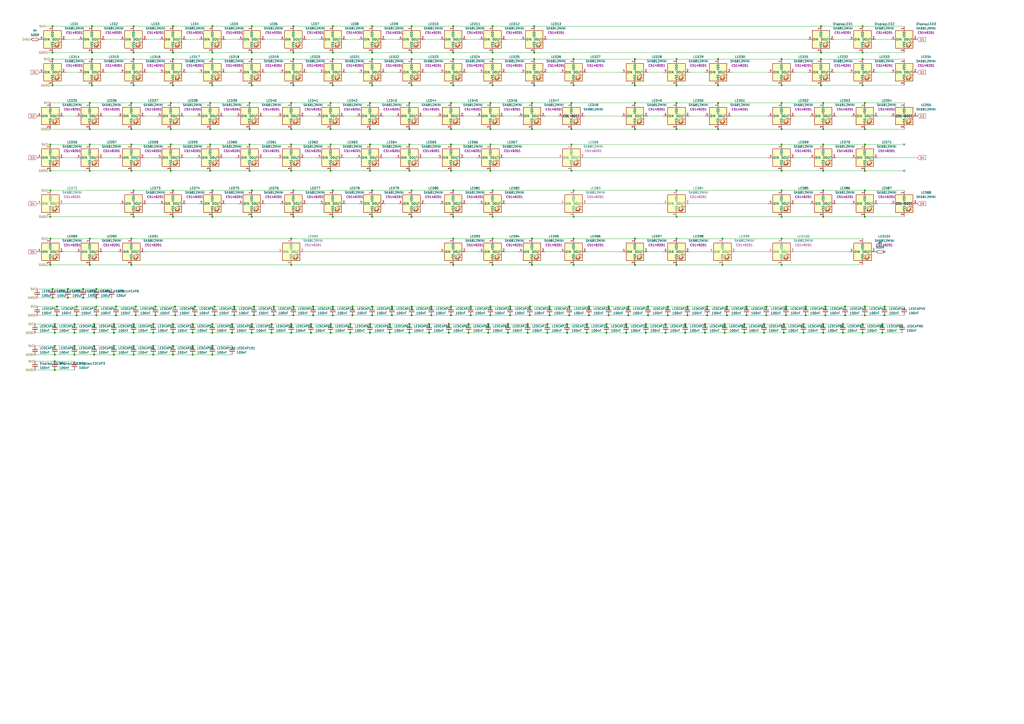
<source format=kicad_sch>
(kicad_sch (version 20250114) (generator "eeschema") (generator_version "9.0")
  (paper "A2")
  (junction (at 398.78 182.88))
  (junction (at 421.64 177.8))
  (junction (at 111.76 193.04))
  (junction (at 204.47 177.8))
  (junction (at 453.39 74.93))
  (junction (at 31.75 187.96))
  (junction (at 54.61 187.96))
  (junction (at 501.65 182.88))
  (junction (at 273.05 182.88))
  (junction (at 262.89 110.49))
  (junction (at 238.76 125.73))
  (junction (at 392.43 153.67))
  (junction (at 43.18 205.74))
  (junction (at 67.31 177.8))
  (junction (at 308.61 153.67))
  (junction (at 215.9 177.8))
  (junction (at 262.89 30.48))
  (junction (at 66.04 187.96))
  (junction (at 170.18 177.8))
  (junction (at 101.6 177.8))
  (junction (at 111.76 205.74))
  (junction (at 444.5 177.8))
  (junction (at 363.22 193.04))
  (junction (at 351.79 193.04))
  (junction (at 392.43 125.73))
  (junction (at 67.31 182.88))
  (junction (at 285.75 34.29))
  (junction (at 500.38 15.24))
  (junction (at 30.48 34.29))
  (junction (at 467.36 182.88))
  (junction (at 238.76 49.53))
  (junction (at 43.18 187.96))
  (junction (at 368.3 34.29))
  (junction (at 490.22 177.8))
  (junction (at 48.26 172.72))
  (junction (at 454.66 193.04))
  (junction (at 262.89 49.53))
  (junction (at 193.04 110.49))
  (junction (at 144.78 74.93))
  (junction (at 146.05 110.49))
  (junction (at 123.19 125.73))
  (junction (at 33.02 182.88))
  (junction (at 101.6 182.88))
  (junction (at 420.37 193.04))
  (junction (at 318.77 177.8))
  (junction (at 99.06 99.06))
  (junction (at 261.62 83.82))
  (junction (at 364.49 177.8))
  (junction (at 78.74 182.88))
  (junction (at 158.75 177.8))
  (junction (at 53.34 34.29))
  (junction (at 55.88 177.8))
  (junction (at 433.07 177.8))
  (junction (at 76.2 99.06))
  (junction (at 111.76 187.96))
  (junction (at 416.56 34.29))
  (junction (at 285.75 15.24))
  (junction (at 260.35 187.96))
  (junction (at 123.19 187.96))
  (junction (at 398.78 177.8))
  (junction (at 392.43 74.93))
  (junction (at 477.52 125.73))
  (junction (at 146.05 193.04))
  (junction (at 511.81 187.96))
  (junction (at 77.47 110.49))
  (junction (at 453.39 49.53))
  (junction (at 444.5 182.88))
  (junction (at 392.43 59.69))
  (junction (at 48.26 167.64))
  (junction (at 54.61 200.66))
  (junction (at 351.79 187.96))
  (junction (at 309.88 30.48))
  (junction (at 466.09 187.96))
  (junction (at 477.52 110.49))
  (junction (at 100.33 34.29))
  (junction (at 500.38 30.48))
  (junction (at 238.76 182.88))
  (junction (at 433.07 182.88))
  (junction (at 392.43 49.53))
  (junction (at 121.92 83.82))
  (junction (at 250.19 182.88))
  (junction (at 215.9 110.49))
  (junction (at 227.33 182.88))
  (junction (at 237.49 193.04))
  (junction (at 238.76 30.48))
  (junction (at 332.74 125.73))
  (junction (at 332.74 49.53))
  (junction (at 237.49 83.82))
  (junction (at 135.89 182.88))
  (junction (at 215.9 125.73))
  (junction (at 54.61 205.74))
  (junction (at 99.06 59.69))
  (junction (at 453.39 110.49))
  (junction (at 392.43 110.49))
  (junction (at 226.06 193.04))
  (junction (at 501.65 59.69))
  (junction (at 308.61 59.69))
  (junction (at 309.88 15.24))
  (junction (at 66.04 205.74))
  (junction (at 203.2 187.96))
  (junction (at 455.93 182.88))
  (junction (at 30.48 167.64))
  (junction (at 397.51 187.96))
  (junction (at 191.77 59.69))
  (junction (at 262.89 15.24))
  (junction (at 78.74 177.8))
  (junction (at 453.39 125.73))
  (junction (at 227.33 177.8))
  (junction (at 453.39 138.43))
  (junction (at 170.18 15.24))
  (junction (at 332.74 138.43))
  (junction (at 331.47 59.69))
  (junction (at 500.38 193.04))
  (junction (at 386.08 187.96))
  (junction (at 52.07 99.06))
  (junction (at 328.93 187.96))
  (junction (at 476.25 30.48))
  (junction (at 283.21 187.96))
  (junction (at 55.88 172.72))
  (junction (at 368.3 138.43))
  (junction (at 295.91 182.88))
  (junction (at 30.48 172.72))
  (junction (at 43.18 193.04))
  (junction (at 332.74 153.67))
  (junction (at 66.04 200.66))
  (junction (at 226.06 187.96))
  (junction (at 100.33 110.49))
  (junction (at 368.3 74.93))
  (junction (at 180.34 187.96))
  (junction (at 271.78 187.96))
  (junction (at 134.62 193.04))
  (junction (at 144.78 83.82))
  (junction (at 420.37 187.96))
  (junction (at 453.39 153.67))
  (junction (at 421.64 182.88))
  (junction (at 374.65 193.04))
  (junction (at 478.79 182.88))
  (junction (at 100.33 49.53))
  (junction (at 146.05 49.53))
  (junction (at 285.75 153.67))
  (junction (at 285.75 138.43))
  (junction (at 453.39 99.06))
  (junction (at 100.33 125.73))
  (junction (at 123.19 110.49))
  (junction (at 476.25 15.24))
  (junction (at 511.81 193.04))
  (junction (at 76.2 59.69))
  (junction (at 30.48 15.24))
  (junction (at 77.47 34.29))
  (junction (at 146.05 34.29))
  (junction (at 262.89 34.29))
  (junction (at 170.18 30.48))
  (junction (at 477.52 187.96))
  (junction (at 53.34 30.48))
  (junction (at 215.9 182.88))
  (junction (at 340.36 187.96))
  (junction (at 368.3 49.53))
  (junction (at 397.51 193.04))
  (junction (at 330.2 177.8))
  (junction (at 341.63 182.88))
  (junction (at 284.48 99.06))
  (junction (at 170.18 110.49))
  (junction (at 261.62 182.88))
  (junction (at 238.76 110.49))
  (junction (at 170.18 182.88))
  (junction (at 368.3 153.67))
  (junction (at 146.05 15.24))
  (junction (at 513.08 182.88))
  (junction (at 144.78 59.69))
  (junction (at 455.93 177.8))
  (junction (at 77.47 125.73))
  (junction (at 317.5 193.04))
  (junction (at 332.74 110.49))
  (junction (at 168.91 83.82))
  (junction (at 146.05 187.96))
  (junction (at 307.34 177.8))
  (junction (at 284.48 182.88))
  (junction (at 262.89 138.43))
  (junction (at 193.04 49.53))
  (junction (at 410.21 177.8))
  (junction (at 331.47 83.82))
  (junction (at 215.9 34.29))
  (junction (at 158.75 182.88))
  (junction (at 100.33 193.04))
  (junction (at 368.3 59.69))
  (junction (at 386.08 193.04))
  (junction (at 284.48 59.69))
  (junction (at 431.8 187.96))
  (junction (at 476.25 34.29))
  (junction (at 123.19 15.24))
  (junction (at 478.79 177.8))
  (junction (at 29.21 153.67))
  (junction (at 53.34 15.24))
  (junction (at 121.92 99.06))
  (junction (at 284.48 83.82))
  (junction (at 285.75 30.48))
  (junction (at 261.62 59.69))
  (junction (at 170.18 125.73))
  (junction (at 31.75 205.74))
  (junction (at 214.63 74.93))
  (junction (at 341.63 177.8))
  (junction (at 501.65 125.73))
  (junction (at 477.52 99.06))
  (junction (at 410.21 182.88))
  (junction (at 332.74 34.29))
  (junction (at 431.8 193.04))
  (junction (at 90.17 182.88))
  (junction (at 215.9 49.53))
  (junction (at 77.47 15.24))
  (junction (at 191.77 187.96))
  (junction (at 77.47 49.53))
  (junction (at 477.52 74.93))
  (junction (at 191.77 193.04))
  (junction (at 317.5 187.96))
  (junction (at 88.9 187.96))
  (junction (at 387.35 177.8))
  (junction (at 181.61 177.8))
  (junction (at 134.62 187.96))
  (junction (at 261.62 177.8))
  (junction (at 123.19 30.48))
  (junction (at 193.04 182.88))
  (junction (at 193.04 34.29))
  (junction (at 33.02 177.8))
  (junction (at 250.19 177.8))
  (junction (at 416.56 59.69))
  (junction (at 248.92 187.96))
  (junction (at 168.91 187.96))
  (junction (at 144.78 99.06))
  (junction (at 43.18 200.66))
  (junction (at 416.56 49.53))
  (junction (at 123.19 205.74))
  (junction (at 39.37 167.64))
  (junction (at 416.56 74.93))
  (junction (at 285.75 110.49))
  (junction (at 30.48 30.48))
  (junction (at 284.48 177.8))
  (junction (at 31.75 200.66))
  (junction (at 168.91 193.04))
  (junction (at 147.32 177.8))
  (junction (at 204.47 182.88))
  (junction (at 375.92 177.8))
  (junction (at 271.78 193.04))
  (junction (at 191.77 99.06))
  (junction (at 123.19 193.04))
  (junction (at 77.47 200.66))
  (junction (at 52.07 74.93))
  (junction (at 214.63 59.69))
  (junction (at 294.64 187.96))
  (junction (at 44.45 182.88))
  (junction (at 100.33 200.66))
  (junction (at 237.49 59.69))
  (junction (at 90.17 177.8))
  (junction (at 308.61 74.93))
  (junction (at 237.49 187.96))
  (junction (at 309.88 34.29))
  (junction (at 477.52 83.82))
  (junction (at 284.48 74.93))
  (junction (at 88.9 205.74))
  (junction (at 52.07 59.69))
  (junction (at 490.22 182.88))
  (junction (at 123.19 200.66))
  (junction (at 443.23 187.96))
  (junction (at 99.06 74.93))
  (junction (at 454.66 187.96))
  (junction (at 285.75 125.73))
  (junction (at 238.76 177.8))
  (junction (at 363.22 187.96))
  (junction (at 53.34 49.53))
  (junction (at 123.19 49.53))
  (junction (at 191.77 83.82))
  (junction (at 285.75 49.53))
  (junction (at 364.49 182.88))
  (junction (at 501.65 99.06))
  (junction (at 113.03 182.88))
  (junction (at 309.88 49.53))
  (junction (at 488.95 193.04))
  (junction (at 273.05 177.8))
  (junction (at 466.09 193.04))
  (junction (at 477.52 59.69))
  (junction (at 168.91 99.06))
  (junction (at 123.19 34.29))
  (junction (at 193.04 15.24))
  (junction (at 501.65 177.8))
  (junction (at 121.92 74.93))
  (junction (at 283.21 193.04))
  (junction (at 307.34 182.88))
  (junction (at 453.39 59.69))
  (junction (at 170.18 34.29))
  (junction (at 31.75 214.63))
  (junction (at 306.07 193.04))
  (junction (at 513.08 177.8))
  (junction (at 261.62 99.06))
  (junction (at 501.65 74.93))
  (junction (at 294.64 193.04))
  (junction (at 306.07 187.96))
  (junction (at 99.06 83.82))
  (junction (at 340.36 193.04))
  (junction (at 215.9 15.24))
  (junction (at 328.93 193.04))
  (junction (at 467.36 177.8))
  (junction (at 262.89 125.73))
  (junction (at 408.94 187.96))
  (junction (at 88.9 193.04))
  (junction (at 157.48 193.04))
  (junction (at 374.65 187.96))
  (junction (at 77.47 205.74))
  (junction (at 168.91 74.93))
  (junction (at 124.46 177.8))
  (junction (at 55.88 167.64))
  (junction (at 52.07 138.43))
  (junction (at 180.34 193.04))
  (junction (at 500.38 34.29))
  (junction (at 31.75 209.55))
  (junction (at 453.39 34.29))
  (junction (at 331.47 99.06))
  (junction (at 238.76 34.29))
  (junction (at 39.37 172.72))
  (junction (at 54.61 193.04))
  (junction (at 66.04 193.04))
  (junction (at 193.04 177.8))
  (junction (at 375.92 182.88))
  (junction (at 113.03 177.8))
  (junction (at 88.9 200.66))
  (junction (at 168.91 153.67))
  (junction (at 214.63 99.06))
  (junction (at 29.21 138.43))
  (junction (at 262.89 153.67))
  (junction (at 157.48 187.96))
  (junction (at 408.94 193.04))
  (junction (at 29.21 99.06))
  (junction (at 146.05 125.73))
  (junction (at 77.47 193.04))
  (junction (at 476.25 49.53))
  (junction (at 501.65 83.82))
  (junction (at 500.38 49.53))
  (junction (at 147.32 182.88))
  (junction (at 100.33 15.24))
  (junction (at 76.2 138.43))
  (junction (at 100.33 30.48))
  (junction (at 330.2 182.88))
  (junction (at 392.43 138.43))
  (junction (at 55.88 182.88))
  (junction (at 237.49 99.06))
  (junction (at 387.35 182.88))
  (junction (at 170.18 49.53))
  (junction (at 238.76 15.24))
  (junction (at 76.2 74.93))
  (junction (at 100.33 187.96))
  (junction (at 392.43 34.29))
  (junction (at 121.92 59.69))
  (junction (at 443.23 193.04))
  (junction (at 477.52 193.04))
  (junction (at 44.45 177.8))
  (junction (at 203.2 193.04))
  (junction (at 52.07 83.82))
  (junction (at 77.47 30.48))
  (junction (at 353.06 182.88))
  (junction (at 308.61 138.43))
  (junction (at 100.33 205.74))
  (junction (at 193.04 30.48))
  (junction (at 52.07 153.67))
  (junction (at 29.21 125.73))
  (junction (at 77.47 187.96))
  (junction (at 29.21 83.82))
  (junction (at 191.77 74.93))
  (junction (at 214.63 83.82))
  (junction (at 318.77 182.88))
  (junction (at 30.48 49.53))
  (junction (at 29.21 110.49))
  (junction (at 214.63 193.04))
  (junction (at 260.35 193.04))
  (junction (at 500.38 187.96))
  (junction (at 453.39 83.82))
  (junction (at 419.1 138.43))
  (junction (at 248.92 193.04))
  (junction (at 135.89 177.8))
  (junction (at 353.06 177.8))
  (junction (at 237.49 74.93))
  (junction (at 215.9 30.48))
  (junction (at 193.04 125.73))
  (junction (at 76.2 83.82))
  (junction (at 261.62 74.93))
  (junction (at 168.91 138.43))
  (junction (at 295.91 177.8))
  (junction (at 214.63 187.96))
  (junction (at 488.95 187.96))
  (junction (at 168.91 59.69))
  (junction (at 146.05 30.48))
  (junction (at 124.46 182.88))
  (junction (at 331.47 74.93))
  (junction (at 31.75 193.04))
  (junction (at 501.65 110.49))
  (junction (at 111.76 200.66))
  (junction (at 181.61 182.88))
  (junction (at 76.2 153.67))
  (junction (at 419.1 153.67))
  (no_connect (at 524.51 99.06))
  (no_connect (at 513.08 146.05))
  (no_connect (at 524.51 83.82))
  (wire (pts (xy 100.33 125.73) (xy 123.19 125.73)))
  (wire (pts (xy 292.1 67.31) (xy 300.99 67.31)))
  (wire (pts (xy 374.65 187.96) (xy 386.08 187.96)))
  (wire (pts (xy 308.61 59.69) (xy 331.47 59.69)))
  (wire (pts (xy 261.62 182.88) (xy 273.05 182.88)))
  (wire (pts (xy 397.51 187.96) (xy 408.94 187.96)))
  (wire (pts (xy 77.47 110.49) (xy 100.33 110.49)))
  (wire (pts (xy 307.34 182.88) (xy 318.77 182.88)))
  (wire (pts (xy 181.61 182.88) (xy 193.04 182.88)))
  (wire (pts (xy 193.04 125.73) (xy 215.9 125.73)))
  (wire (pts (xy 262.89 49.53) (xy 285.75 49.53)))
  (wire (pts (xy 66.04 205.74) (xy 77.47 205.74)))
  (wire (pts (xy 55.88 167.64) (xy 64.77 167.64)))
  (wire (pts (xy 138.43 22.86) (xy 130.81 22.86)))
  (wire (pts (xy 123.19 187.96) (xy 134.62 187.96)))
  (wire (pts (xy 374.65 193.04) (xy 386.08 193.04)))
  (wire (pts (xy 146.05 15.24) (xy 170.18 15.24)))
  (wire (pts (xy 453.39 34.29) (xy 476.25 34.29)))
  (wire (pts (xy 262.89 138.43) (xy 285.75 138.43)))
  (wire (pts (xy 500.38 30.48) (xy 524.51 30.48)))
  (wire (pts (xy 36.83 118.11) (xy 69.85 118.11)))
  (wire (pts (xy 214.63 59.69) (xy 237.49 59.69)))
  (wire (pts (xy 215.9 30.48) (xy 238.76 30.48)))
  (wire (pts (xy 20.32 209.55) (xy 31.75 209.55)))
  (wire (pts (xy 340.36 193.04) (xy 351.79 193.04)))
  (wire (pts (xy 509.27 118.11) (xy 516.89 118.11)))
  (wire (pts (xy 392.43 153.67) (xy 419.1 153.67)))
  (wire (pts (xy 88.9 205.74) (xy 100.33 205.74)))
  (wire (pts (xy 147.32 177.8) (xy 158.75 177.8)))
  (wire (pts (xy 467.36 177.8) (xy 478.79 177.8)))
  (wire (pts (xy 83.82 91.44) (xy 91.44 91.44)))
  (wire (pts (xy 453.39 125.73) (xy 477.52 125.73)))
  (wire (pts (xy 134.62 187.96) (xy 146.05 187.96)))
  (wire (pts (xy 501.65 125.73) (xy 524.51 125.73)))
  (wire (pts (xy 238.76 110.49) (xy 262.89 110.49)))
  (wire (pts (xy 331.47 99.06) (xy 453.39 99.06)))
  (wire (pts (xy 59.69 91.44) (xy 68.58 91.44)))
  (wire (pts (xy 237.49 59.69) (xy 261.62 59.69)))
  (wire (pts (xy 271.78 187.96) (xy 283.21 187.96)))
  (wire (pts (xy 238.76 49.53) (xy 262.89 49.53)))
  (wire (pts (xy 363.22 187.96) (xy 374.65 187.96)))
  (wire (pts (xy 121.92 83.82) (xy 144.78 83.82)))
  (wire (pts (xy 461.01 118.11) (xy 469.9 118.11)))
  (wire (pts (xy 351.79 187.96) (xy 363.22 187.96)))
  (wire (pts (xy 170.18 110.49) (xy 193.04 110.49)))
  (wire (pts (xy 309.88 34.29) (xy 332.74 34.29)))
  (wire (pts (xy 453.39 83.82) (xy 477.52 83.82)))
  (wire (pts (xy 293.37 22.86) (xy 302.26 22.86)))
  (wire (pts (xy 29.21 83.82) (xy 52.07 83.82)))
  (wire (pts (xy 424.18 41.91) (xy 445.77 41.91)))
  (wire (pts (xy 39.37 172.72) (xy 48.26 172.72)))
  (wire (pts (xy 134.62 193.04) (xy 146.05 193.04)))
  (wire (pts (xy 295.91 182.88) (xy 307.34 182.88)))
  (wire (pts (xy 375.92 146.05) (xy 384.81 146.05)))
  (wire (pts (xy 318.77 177.8) (xy 330.2 177.8)))
  (wire (pts (xy 29.21 74.93) (xy 52.07 74.93)))
  (wire (pts (xy 29.21 153.67) (xy 52.07 153.67)))
  (wire (pts (xy 146.05 34.29) (xy 170.18 34.29)))
  (wire (pts (xy 285.75 34.29) (xy 309.88 34.29)))
  (wire (pts (xy 193.04 30.48) (xy 215.9 30.48)))
  (wire (pts (xy 317.5 187.96) (xy 328.93 187.96)))
  (wire (pts (xy 176.53 67.31) (xy 184.15 67.31)))
  (wire (pts (xy 293.37 146.05) (xy 300.99 146.05)))
  (wire (pts (xy 238.76 177.8) (xy 250.19 177.8)))
  (wire (pts (xy 386.08 193.04) (xy 397.51 193.04)))
  (wire (pts (xy 485.14 67.31) (xy 494.03 67.31)))
  (wire (pts (xy 30.48 30.48) (xy 53.34 30.48)))
  (wire (pts (xy 477.52 99.06) (xy 501.65 99.06)))
  (wire (pts (xy 27.94 153.67) (xy 29.21 153.67)))
  (wire (pts (xy 410.21 182.88) (xy 421.64 182.88)))
  (wire (pts (xy 262.89 15.24) (xy 285.75 15.24)))
  (wire (pts (xy 453.39 153.67) (xy 500.38 153.67)))
  (wire (pts (xy 180.34 193.04) (xy 191.77 193.04)))
  (wire (pts (xy 285.75 125.73) (xy 332.74 125.73)))
  (wire (pts (xy 292.1 91.44) (xy 323.85 91.44)))
  (wire (pts (xy 152.4 91.44) (xy 161.29 91.44)))
  (wire (pts (xy 400.05 118.11) (xy 445.77 118.11)))
  (wire (pts (xy 262.89 34.29) (xy 285.75 34.29)))
  (wire (pts (xy 368.3 34.29) (xy 392.43 34.29)))
  (wire (pts (xy 238.76 182.88) (xy 250.19 182.88)))
  (wire (pts (xy 285.75 110.49) (xy 332.74 110.49)))
  (wire (pts (xy 238.76 34.29) (xy 262.89 34.29)))
  (wire (pts (xy 170.18 182.88) (xy 181.61 182.88)))
  (wire (pts (xy 392.43 49.53) (xy 416.56 49.53)))
  (wire (pts (xy 511.81 193.04) (xy 523.24 193.04)))
  (wire (pts (xy 170.18 15.24) (xy 193.04 15.24)))
  (wire (pts (xy 123.19 205.74) (xy 134.62 205.74)))
  (wire (pts (xy 170.18 30.48) (xy 193.04 30.48)))
  (wire (pts (xy 501.65 182.88) (xy 513.08 182.88)))
  (wire (pts (xy 444.5 182.88) (xy 455.93 182.88)))
  (wire (pts (xy 271.78 193.04) (xy 283.21 193.04)))
  (wire (pts (xy 29.21 99.06) (xy 52.07 99.06)))
  (wire (pts (xy 30.48 49.53) (xy 53.34 49.53)))
  (wire (pts (xy 99.06 74.93) (xy 121.92 74.93)))
  (wire (pts (xy 420.37 193.04) (xy 431.8 193.04)))
  (wire (pts (xy 76.2 138.43) (xy 168.91 138.43)))
  (wire (pts (xy 237.49 74.93) (xy 261.62 74.93)))
  (wire (pts (xy 476.25 15.24) (xy 500.38 15.24)))
  (wire (pts (xy 500.38 15.24) (xy 524.51 15.24)))
  (wire (pts (xy 130.81 41.91) (xy 138.43 41.91)))
  (wire (pts (xy 270.51 41.91) (xy 278.13 41.91)))
  (wire (pts (xy 285.75 153.67) (xy 308.61 153.67)))
  (wire (pts (xy 146.05 110.49) (xy 170.18 110.49)))
  (wire (pts (xy 307.34 177.8) (xy 318.77 177.8)))
  (wire (pts (xy 66.04 200.66) (xy 77.47 200.66)))
  (wire (pts (xy 147.32 182.88) (xy 158.75 182.88)))
  (wire (pts (xy 453.39 49.53) (xy 476.25 49.53)))
  (wire (pts (xy 261.62 177.8) (xy 273.05 177.8)))
  (wire (pts (xy 130.81 118.11) (xy 138.43 118.11)))
  (wire (pts (xy 262.89 153.67) (xy 285.75 153.67)))
  (wire (pts (xy 476.25 30.48) (xy 500.38 30.48)))
  (wire (pts (xy 490.22 182.88) (xy 501.65 182.88)))
  (wire (pts (xy 27.94 83.82) (xy 29.21 83.82)))
  (wire (pts (xy 215.9 177.8) (xy 227.33 177.8)))
  (wire (pts (xy 238.76 30.48) (xy 262.89 30.48)))
  (wire (pts (xy 170.18 125.73) (xy 193.04 125.73)))
  (wire (pts (xy 416.56 59.69) (xy 453.39 59.69)))
  (wire (pts (xy 398.78 182.88) (xy 410.21 182.88)))
  (wire (pts (xy 461.01 67.31) (xy 469.9 67.31)))
  (wire (pts (xy 500.38 49.53) (xy 524.51 49.53)))
  (wire (pts (xy 477.52 110.49) (xy 501.65 110.49)))
  (wire (pts (xy 54.61 200.66) (xy 66.04 200.66)))
  (wire (pts (xy 269.24 91.44) (xy 276.86 91.44)))
  (wire (pts (xy 111.76 193.04) (xy 123.19 193.04)))
  (wire (pts (xy 478.79 177.8) (xy 490.22 177.8)))
  (wire (pts (xy 214.63 99.06) (xy 237.49 99.06)))
  (wire (pts (xy 261.62 99.06) (xy 284.48 99.06)))
  (wire (pts (xy 261.62 59.69) (xy 284.48 59.69)))
  (wire (pts (xy 77.47 34.29) (xy 100.33 34.29)))
  (wire (pts (xy 123.19 125.73) (xy 146.05 125.73)))
  (wire (pts (xy 77.47 205.74) (xy 88.9 205.74)))
  (wire (pts (xy 76.2 99.06) (xy 99.06 99.06)))
  (wire (pts (xy 500.38 193.04) (xy 511.81 193.04)))
  (wire (pts (xy 90.17 177.8) (xy 101.6 177.8)))
  (wire (pts (xy 328.93 187.96) (xy 340.36 187.96)))
  (wire (pts (xy 262.89 110.49) (xy 285.75 110.49)))
  (wire (pts (xy 157.48 193.04) (xy 168.91 193.04)))
  (wire (pts (xy 424.18 67.31) (xy 445.77 67.31)))
  (wire (pts (xy 170.18 34.29) (xy 193.04 34.29)))
  (wire (pts (xy 177.8 22.86) (xy 185.42 22.86)))
  (wire (pts (xy 20.32 205.74) (xy 31.75 205.74)))
  (wire (pts (xy 123.19 193.04) (xy 134.62 193.04)))
  (wire (pts (xy 308.61 153.67) (xy 332.74 153.67)))
  (wire (pts (xy 477.52 83.82) (xy 501.65 83.82)))
  (wire (pts (xy 476.25 49.53) (xy 500.38 49.53)))
  (wire (pts (xy 419.1 153.67) (xy 453.39 153.67)))
  (wire (pts (xy 55.88 182.88) (xy 67.31 182.88)))
  (wire (pts (xy 199.39 91.44) (xy 207.01 91.44)))
  (wire (pts (xy 200.66 118.11) (xy 208.28 118.11)))
  (wire (pts (xy 317.5 41.91) (xy 325.12 41.91)))
  (wire (pts (xy 261.62 83.82) (xy 284.48 83.82)))
  (wire (pts (xy 215.9 125.73) (xy 238.76 125.73)))
  (wire (pts (xy 284.48 177.8) (xy 295.91 177.8)))
  (wire (pts (xy 90.17 182.88) (xy 101.6 182.88)))
  (wire (pts (xy 341.63 182.88) (xy 353.06 182.88)))
  (wire (pts (xy 193.04 182.88) (xy 204.47 182.88)))
  (wire (pts (xy 309.88 15.24) (xy 476.25 15.24)))
  (wire (pts (xy 170.18 49.53) (xy 193.04 49.53)))
  (wire (pts (xy 353.06 182.88) (xy 364.49 182.88)))
  (wire (pts (xy 21.59 167.64) (xy 30.48 167.64)))
  (wire (pts (xy 106.68 91.44) (xy 114.3 91.44)))
  (wire (pts (xy 284.48 59.69) (xy 308.61 59.69)))
  (wire (pts (xy 76.2 83.82) (xy 99.06 83.82)))
  (wire (pts (xy 59.69 67.31) (xy 68.58 67.31)))
  (wire (pts (xy 477.52 187.96) (xy 488.95 187.96)))
  (wire (pts (xy 33.02 177.8) (xy 44.45 177.8)))
  (wire (pts (xy 203.2 187.96) (xy 214.63 187.96)))
  (wire (pts (xy 245.11 91.44) (xy 254 91.44)))
  (wire (pts (xy 193.04 110.49) (xy 215.9 110.49)))
  (wire (pts (xy 419.1 138.43) (xy 453.39 138.43)))
  (wire (pts (xy 364.49 182.88) (xy 375.92 182.88)))
  (wire (pts (xy 52.07 59.69) (xy 76.2 59.69)))
  (wire (pts (xy 398.78 177.8) (xy 410.21 177.8)))
  (wire (pts (xy 250.19 177.8) (xy 261.62 177.8)))
  (wire (pts (xy 501.65 177.8) (xy 513.08 177.8)))
  (wire (pts (xy 168.91 193.04) (xy 180.34 193.04)))
  (wire (pts (xy 269.24 67.31) (xy 276.86 67.31)))
  (wire (pts (xy 21.59 172.72) (xy 30.48 172.72)))
  (wire (pts (xy 52.07 83.82) (xy 76.2 83.82)))
  (wire (pts (xy 121.92 74.93) (xy 144.78 74.93)))
  (wire (pts (xy 43.18 193.04) (xy 54.61 193.04)))
  (wire (pts (xy 67.31 177.8) (xy 78.74 177.8)))
  (wire (pts (xy 262.89 30.48) (xy 285.75 30.48)))
  (wire (pts (xy 214.63 74.93) (xy 237.49 74.93)))
  (wire (pts (xy 293.37 41.91) (xy 302.26 41.91)))
  (wire (pts (xy 52.07 138.43) (xy 76.2 138.43)))
  (wire (pts (xy 44.45 182.88) (xy 55.88 182.88)))
  (wire (pts (xy 123.19 110.49) (xy 146.05 110.49)))
  (wire (pts (xy 308.61 74.93) (xy 331.47 74.93)))
  (wire (pts (xy 204.47 182.88) (xy 215.9 182.88)))
  (wire (pts (xy 144.78 83.82) (xy 168.91 83.82)))
  (wire (pts (xy 101.6 177.8) (xy 113.03 177.8)))
  (wire (pts (xy 284.48 74.93) (xy 308.61 74.93)))
  (wire (pts (xy 78.74 177.8) (xy 90.17 177.8)))
  (wire (pts (xy 121.92 59.69) (xy 144.78 59.69)))
  (wire (pts (xy 144.78 74.93) (xy 168.91 74.93)))
  (wire (pts (xy 501.65 74.93) (xy 524.51 74.93)))
  (wire (pts (xy 476.25 34.29) (xy 500.38 34.29)))
  (wire (pts (xy 223.52 22.86) (xy 231.14 22.86)))
  (wire (pts (xy 340.36 41.91) (xy 360.68 41.91)))
  (wire (pts (xy 339.09 91.44) (xy 445.77 91.44)))
  (wire (pts (xy 433.07 182.88) (xy 444.5 182.88)))
  (wire (pts (xy 203.2 193.04) (xy 214.63 193.04)))
  (wire (pts (xy 55.88 172.72) (xy 64.77 172.72)))
  (wire (pts (xy 500.38 187.96) (xy 511.81 187.96)))
  (wire (pts (xy 60.96 22.86) (xy 69.85 22.86)))
  (wire (pts (xy 488.95 187.96) (xy 500.38 187.96)))
  (wire (pts (xy 306.07 187.96) (xy 317.5 187.96)))
  (wire (pts (xy 177.8 41.91) (xy 185.42 41.91)))
  (wire (pts (xy 48.26 172.72) (xy 55.88 172.72)))
  (wire (pts (xy 193.04 177.8) (xy 204.47 177.8)))
  (wire (pts (xy 461.01 146.05) (xy 492.76 146.05)))
  (wire (pts (xy 153.67 41.91) (xy 162.56 41.91)))
  (wire (pts (xy 27.94 30.48) (xy 30.48 30.48)))
  (wire (pts (xy 461.01 41.91) (xy 468.63 41.91)))
  (wire (pts (xy 466.09 193.04) (xy 477.52 193.04)))
  (wire (pts (xy 214.63 187.96) (xy 226.06 187.96)))
  (wire (pts (xy 443.23 187.96) (xy 454.66 187.96)))
  (wire (pts (xy 48.26 167.64) (xy 55.88 167.64)))
  (wire (pts (xy 332.74 49.53) (xy 368.3 49.53)))
  (wire (pts (xy 191.77 187.96) (xy 203.2 187.96)))
  (wire (pts (xy 43.18 205.74) (xy 54.61 205.74)))
  (wire (pts (xy 340.36 118.11) (xy 384.81 118.11)))
  (wire (pts (xy 285.75 49.53) (xy 309.88 49.53)))
  (wire (pts (xy 454.66 187.96) (xy 466.09 187.96)))
  (wire (pts (xy 284.48 99.06) (xy 331.47 99.06)))
  (wire (pts (xy 31.75 200.66) (xy 43.18 200.66)))
  (wire (pts (xy 100.33 49.53) (xy 123.19 49.53)))
  (wire (pts (xy 410.21 177.8) (xy 421.64 177.8)))
  (wire (pts (xy 100.33 15.24) (xy 123.19 15.24)))
  (wire (pts (xy 77.47 187.96) (xy 88.9 187.96)))
  (wire (pts (xy 43.18 200.66) (xy 54.61 200.66)))
  (wire (pts (xy 392.43 125.73) (xy 453.39 125.73)))
  (wire (pts (xy 29.21 110.49) (xy 77.47 110.49)))
  (wire (pts (xy 341.63 177.8) (xy 353.06 177.8)))
  (wire (pts (xy 214.63 83.82) (xy 237.49 83.82)))
  (wire (pts (xy 77.47 200.66) (xy 88.9 200.66)))
  (wire (pts (xy 283.21 193.04) (xy 294.64 193.04)))
  (wire (pts (xy 66.04 187.96) (xy 77.47 187.96)))
  (wire (pts (xy 168.91 59.69) (xy 191.77 59.69)))
  (wire (pts (xy 146.05 49.53) (xy 170.18 49.53)))
  (wire (pts (xy 158.75 182.88) (xy 170.18 182.88)))
  (wire (pts (xy 124.46 182.88) (xy 135.89 182.88)))
  (wire (pts (xy 485.14 91.44) (xy 494.03 91.44)))
  (wire (pts (xy 53.34 49.53) (xy 77.47 49.53)))
  (wire (pts (xy 123.19 30.48) (xy 146.05 30.48)))
  (wire (pts (xy 200.66 22.86) (xy 208.28 22.86)))
  (wire (pts (xy 392.43 74.93) (xy 416.56 74.93)))
  (wire (pts (xy 477.52 125.73) (xy 501.65 125.73)))
  (wire (pts (xy 397.51 193.04) (xy 408.94 193.04)))
  (wire (pts (xy 294.64 187.96) (xy 306.07 187.96)))
  (wire (pts (xy 158.75 177.8) (xy 170.18 177.8)))
  (wire (pts (xy 20.32 214.63) (xy 31.75 214.63)))
  (wire (pts (xy 85.09 41.91) (xy 92.71 41.91)))
  (wire (pts (xy 492.76 22.86) (xy 483.87 22.86)))
  (wire (pts (xy 176.53 146.05) (xy 255.27 146.05)))
  (wire (pts (xy 107.95 118.11) (xy 115.57 118.11)))
  (wire (pts (xy 157.48 187.96) (xy 168.91 187.96)))
  (wire (pts (xy 477.52 74.93) (xy 501.65 74.93)))
  (wire (pts (xy 168.91 187.96) (xy 180.34 187.96)))
  (wire (pts (xy 248.92 187.96) (xy 260.35 187.96)))
  (wire (pts (xy 59.69 146.05) (xy 68.58 146.05)))
  (wire (pts (xy 392.43 59.69) (xy 416.56 59.69)))
  (wire (pts (xy 453.39 59.69) (xy 477.52 59.69)))
  (wire (pts (xy 308.61 138.43) (xy 332.74 138.43)))
  (wire (pts (xy 100.33 187.96) (xy 111.76 187.96)))
  (wire (pts (xy 248.92 193.04) (xy 260.35 193.04)))
  (wire (pts (xy 99.06 99.06) (xy 121.92 99.06)))
  (wire (pts (xy 36.83 146.05) (xy 44.45 146.05)))
  (wire (pts (xy 483.87 41.91) (xy 492.76 41.91)))
  (wire (pts (xy 332.74 125.73) (xy 392.43 125.73)))
  (wire (pts (xy 113.03 182.88) (xy 124.46 182.88)))
  (wire (pts (xy 27.94 99.06) (xy 29.21 99.06)))
  (wire (pts (xy 27.94 110.49) (xy 29.21 110.49)))
  (wire (pts (xy 123.19 34.29) (xy 146.05 34.29)))
  (wire (pts (xy 100.33 205.74) (xy 111.76 205.74)))
  (wire (pts (xy 478.79 182.88) (xy 490.22 182.88)))
  (wire (pts (xy 453.39 110.49) (xy 477.52 110.49)))
  (wire (pts (xy 222.25 91.44) (xy 229.87 91.44)))
  (wire (pts (xy 501.65 110.49) (xy 524.51 110.49)))
  (wire (pts (xy 215.9 110.49) (xy 238.76 110.49)))
  (wire (pts (xy 285.75 15.24) (xy 309.88 15.24)))
  (wire (pts (xy 204.47 177.8) (xy 215.9 177.8)))
  (wire (pts (xy 129.54 67.31) (xy 137.16 67.31)))
  (wire (pts (xy 124.46 177.8) (xy 135.89 177.8)))
  (wire (pts (xy 146.05 187.96) (xy 157.48 187.96)))
  (wire (pts (xy 100.33 200.66) (xy 111.76 200.66)))
  (wire (pts (xy 85.09 22.86) (xy 92.71 22.86)))
  (wire (pts (xy 316.23 146.05) (xy 325.12 146.05)))
  (wire (pts (xy 52.07 153.67) (xy 76.2 153.67)))
  (wire (pts (xy 368.3 74.93) (xy 392.43 74.93)))
  (wire (pts (xy 284.48 83.82) (xy 331.47 83.82)))
  (wire (pts (xy 386.08 187.96) (xy 397.51 187.96)))
  (wire (pts (xy 408.94 193.04) (xy 420.37 193.04)))
  (wire (pts (xy 238.76 125.73) (xy 262.89 125.73)))
  (wire (pts (xy 52.07 74.93) (xy 76.2 74.93)))
  (wire (pts (xy 135.89 182.88) (xy 147.32 182.88)))
  (wire (pts (xy 318.77 182.88) (xy 330.2 182.88)))
  (wire (pts (xy 501.65 99.06) (xy 524.51 99.06)))
  (wire (pts (xy 509.27 91.44) (xy 532.13 91.44)))
  (wire (pts (xy 76.2 59.69) (xy 99.06 59.69)))
  (wire (pts (xy 421.64 182.88) (xy 433.07 182.88)))
  (wire (pts (xy 111.76 205.74) (xy 123.19 205.74)))
  (wire (pts (xy 237.49 99.06) (xy 261.62 99.06)))
  (wire (pts (xy 508 41.91) (xy 516.89 41.91)))
  (wire (pts (xy 99.06 83.82) (xy 121.92 83.82)))
  (wire (pts (xy 170.18 177.8) (xy 181.61 177.8)))
  (wire (pts (xy 168.91 83.82) (xy 191.77 83.82)))
  (wire (pts (xy 191.77 59.69) (xy 214.63 59.69)))
  (wire (pts (xy 146.05 30.48) (xy 170.18 30.48)))
  (wire (pts (xy 508 22.86) (xy 516.89 22.86)))
  (wire (pts (xy 223.52 118.11) (xy 231.14 118.11)))
  (wire (pts (xy 270.51 146.05) (xy 278.13 146.05)))
  (wire (pts (xy 29.21 34.29) (xy 30.48 34.29)))
  (wire (pts (xy 38.1 41.91) (xy 45.72 41.91)))
  (wire (pts (xy 246.38 118.11) (xy 255.27 118.11)))
  (wire (pts (xy 107.95 41.91) (xy 115.57 41.91)))
  (wire (pts (xy 177.8 118.11) (xy 185.42 118.11)))
  (wire (pts (xy 500.38 34.29) (xy 524.51 34.29)))
  (wire (pts (xy 453.39 99.06) (xy 477.52 99.06)))
  (wire (pts (xy 273.05 177.8) (xy 284.48 177.8)))
  (wire (pts (xy 26.67 15.24) (xy 30.48 15.24)))
  (wire (pts (xy 387.35 182.88) (xy 398.78 182.88)))
  (wire (pts (xy 262.89 125.73) (xy 285.75 125.73)))
  (wire (pts (xy 20.32 187.96) (xy 31.75 187.96)))
  (wire (pts (xy 152.4 67.31) (xy 161.29 67.31)))
  (wire (pts (xy 331.47 74.93) (xy 368.3 74.93)))
  (wire (pts (xy 400.05 41.91) (xy 408.94 41.91)))
  (wire (pts (xy 420.37 187.96) (xy 431.8 187.96)))
  (wire (pts (xy 66.04 193.04) (xy 77.47 193.04)))
  (wire (pts (xy 511.81 187.96) (xy 523.24 187.96)))
  (wire (pts (xy 237.49 187.96) (xy 248.92 187.96)))
  (wire (pts (xy 368.3 153.67) (xy 392.43 153.67)))
  (wire (pts (xy 21.59 177.8) (xy 33.02 177.8)))
  (wire (pts (xy 200.66 41.91) (xy 208.28 41.91)))
  (wire (pts (xy 328.93 193.04) (xy 340.36 193.04)))
  (wire (pts (xy 261.62 74.93) (xy 284.48 74.93)))
  (wire (pts (xy 39.37 167.64) (xy 48.26 167.64)))
  (wire (pts (xy 408.94 187.96) (xy 420.37 187.96)))
  (wire (pts (xy 285.75 30.48) (xy 309.88 30.48)))
  (wire (pts (xy 416.56 34.29) (xy 453.39 34.29)))
  (wire (pts (xy 76.2 153.67) (xy 168.91 153.67)))
  (wire (pts (xy 501.65 59.69) (xy 524.51 59.69)))
  (wire (pts (xy 226.06 193.04) (xy 237.49 193.04)))
  (wire (pts (xy 283.21 187.96) (xy 294.64 187.96)))
  (wire (pts (xy 27.94 125.73) (xy 29.21 125.73)))
  (wire (pts (xy 77.47 15.24) (xy 100.33 15.24)))
  (wire (pts (xy 433.07 177.8) (xy 444.5 177.8)))
  (wire (pts (xy 443.23 193.04) (xy 454.66 193.04)))
  (wire (pts (xy 100.33 110.49) (xy 123.19 110.49)))
  (wire (pts (xy 246.38 41.91) (xy 255.27 41.91)))
  (wire (pts (xy 309.88 49.53) (xy 332.74 49.53)))
  (wire (pts (xy 43.18 187.96) (xy 54.61 187.96)))
  (wire (pts (xy 431.8 187.96) (xy 443.23 187.96)))
  (wire (pts (xy 191.77 193.04) (xy 203.2 193.04)))
  (wire (pts (xy 53.34 15.24) (xy 77.47 15.24)))
  (wire (pts (xy 129.54 91.44) (xy 137.16 91.44)))
  (wire (pts (xy 29.21 59.69) (xy 52.07 59.69)))
  (wire (pts (xy 77.47 193.04) (xy 88.9 193.04)))
  (wire (pts (xy 215.9 15.24) (xy 238.76 15.24)))
  (wire (pts (xy 375.92 182.88) (xy 387.35 182.88)))
  (wire (pts (xy 99.06 59.69) (xy 121.92 59.69)))
  (wire (pts (xy 316.23 67.31) (xy 323.85 67.31)))
  (wire (pts (xy 238.76 15.24) (xy 262.89 15.24)))
  (wire (pts (xy 36.83 67.31) (xy 44.45 67.31)))
  (wire (pts (xy 77.47 125.73) (xy 100.33 125.73)))
  (wire (pts (xy 113.03 177.8) (xy 124.46 177.8)))
  (wire (pts (xy 31.75 209.55) (xy 43.18 209.55)))
  (wire (pts (xy 293.37 118.11) (xy 325.12 118.11)))
  (wire (pts (xy 501.65 83.82) (xy 524.51 83.82)))
  (wire (pts (xy 55.88 177.8) (xy 67.31 177.8)))
  (wire (pts (xy 339.09 67.31) (xy 360.68 67.31)))
  (wire (pts (xy 31.75 214.63) (xy 43.18 214.63)))
  (wire (pts (xy 317.5 193.04) (xy 328.93 193.04)))
  (wire (pts (xy 513.08 182.88) (xy 524.51 182.88)))
  (wire (pts (xy 375.92 67.31) (xy 384.81 67.31)))
  (wire (pts (xy 294.64 193.04) (xy 306.07 193.04)))
  (wire (pts (xy 227.33 182.88) (xy 238.76 182.88)))
  (wire (pts (xy 135.89 177.8) (xy 147.32 177.8)))
  (wire (pts (xy 153.67 22.86) (xy 162.56 22.86)))
  (wire (pts (xy 454.66 193.04) (xy 466.09 193.04)))
  (wire (pts (xy 111.76 200.66) (xy 123.19 200.66)))
  (wire (pts (xy 375.92 177.8) (xy 387.35 177.8)))
  (wire (pts (xy 215.9 182.88) (xy 227.33 182.88)))
  (wire (pts (xy 146.05 193.04) (xy 157.48 193.04)))
  (wire (pts (xy 88.9 187.96) (xy 100.33 187.96)))
  (wire (pts (xy 485.14 118.11) (xy 494.03 118.11)))
  (wire (pts (xy 77.47 49.53) (xy 100.33 49.53)))
  (wire (pts (xy 387.35 177.8) (xy 398.78 177.8)))
  (wire (pts (xy 400.05 67.31) (xy 408.94 67.31)))
  (wire (pts (xy 331.47 83.82) (xy 453.39 83.82)))
  (wire (pts (xy 215.9 49.53) (xy 238.76 49.53)))
  (wire (pts (xy 332.74 34.29) (xy 368.3 34.29)))
  (wire (pts (xy 309.88 30.48) (xy 476.25 30.48)))
  (wire (pts (xy 31.75 193.04) (xy 43.18 193.04)))
  (wire (pts (xy 31.75 187.96) (xy 43.18 187.96)))
  (wire (pts (xy 121.92 99.06) (xy 144.78 99.06)))
  (wire (pts (xy 193.04 15.24) (xy 215.9 15.24)))
  (wire (pts (xy 38.1 22.86) (xy 45.72 22.86)))
  (wire (pts (xy 199.39 67.31) (xy 207.01 67.31)))
  (wire (pts (xy 270.51 22.86) (xy 278.13 22.86)))
  (wire (pts (xy 78.74 182.88) (xy 90.17 182.88)))
  (wire (pts (xy 363.22 193.04) (xy 374.65 193.04)))
  (wire (pts (xy 222.25 67.31) (xy 229.87 67.31)))
  (wire (pts (xy 181.61 177.8) (xy 193.04 177.8)))
  (wire (pts (xy 455.93 177.8) (xy 467.36 177.8)))
  (wire (pts (xy 453.39 138.43) (xy 500.38 138.43)))
  (wire (pts (xy 431.8 193.04) (xy 443.23 193.04)))
  (wire (pts (xy 111.76 187.96) (xy 123.19 187.96)))
  (wire (pts (xy 273.05 182.88) (xy 284.48 182.88)))
  (wire (pts (xy 30.48 167.64) (xy 39.37 167.64)))
  (wire (pts (xy 416.56 74.93) (xy 453.39 74.93)))
  (wire (pts (xy 237.49 193.04) (xy 248.92 193.04)))
  (wire (pts (xy 416.56 49.53) (xy 453.39 49.53)))
  (wire (pts (xy 76.2 74.93) (xy 99.06 74.93)))
  (wire (pts (xy 245.11 67.31) (xy 254 67.31)))
  (wire (pts (xy 421.64 177.8) (xy 433.07 177.8)))
  (wire (pts (xy 30.48 172.72) (xy 39.37 172.72)))
  (wire (pts (xy 168.91 138.43) (xy 262.89 138.43)))
  (wire (pts (xy 368.3 59.69) (xy 392.43 59.69)))
  (wire (pts (xy 368.3 138.43) (xy 392.43 138.43)))
  (wire (pts (xy 31.75 205.74) (xy 43.18 205.74)))
  (wire (pts (xy 20.32 193.04) (xy 31.75 193.04)))
  (wire (pts (xy 477.52 59.69) (xy 501.65 59.69)))
  (wire (pts (xy 88.9 193.04) (xy 100.33 193.04)))
  (wire (pts (xy 30.48 34.29) (xy 53.34 34.29)))
  (wire (pts (xy 513.08 177.8) (xy 524.51 177.8)))
  (wire (pts (xy 353.06 177.8) (xy 364.49 177.8)))
  (wire (pts (xy 426.72 146.05) (xy 445.77 146.05)))
  (wire (pts (xy 60.96 41.91) (xy 69.85 41.91)))
  (wire (pts (xy 223.52 41.91) (xy 231.14 41.91)))
  (wire (pts (xy 83.82 67.31) (xy 91.44 67.31)))
  (wire (pts (xy 144.78 59.69) (xy 168.91 59.69)))
  (wire (pts (xy 53.34 34.29) (xy 77.47 34.29)))
  (wire (pts (xy 85.09 118.11) (xy 92.71 118.11)))
  (wire (pts (xy 27.94 138.43) (xy 29.21 138.43)))
  (wire (pts (xy 351.79 193.04) (xy 363.22 193.04)))
  (wire (pts (xy 54.61 187.96) (xy 66.04 187.96)))
  (wire (pts (xy 214.63 193.04) (xy 226.06 193.04)))
  (wire (pts (xy 340.36 146.05) (xy 360.68 146.05)))
  (wire (pts (xy 477.52 193.04) (xy 488.95 193.04)))
  (wire (pts (xy 107.95 22.86) (xy 115.57 22.86)))
  (wire (pts (xy 146.05 125.73) (xy 170.18 125.73)))
  (wire (pts (xy 364.49 177.8) (xy 375.92 177.8)))
  (wire (pts (xy 340.36 187.96) (xy 351.79 187.96)))
  (wire (pts (xy 332.74 110.49) (xy 392.43 110.49)))
  (wire (pts (xy 466.09 187.96) (xy 477.52 187.96)))
  (wire (pts (xy 368.3 49.53) (xy 392.43 49.53)))
  (wire (pts (xy 123.19 15.24) (xy 146.05 15.24)))
  (wire (pts (xy 54.61 193.04) (xy 66.04 193.04)))
  (wire (pts (xy 270.51 118.11) (xy 278.13 118.11)))
  (wire (pts (xy 106.68 67.31) (xy 114.3 67.31)))
  (wire (pts (xy 331.47 59.69) (xy 368.3 59.69)))
  (wire (pts (xy 193.04 34.29) (xy 215.9 34.29)))
  (wire (pts (xy 227.33 177.8) (xy 238.76 177.8)))
  (wire (pts (xy 168.91 74.93) (xy 191.77 74.93)))
  (wire (pts (xy 392.43 110.49) (xy 453.39 110.49)))
  (wire (pts (xy 36.83 91.44) (xy 44.45 91.44)))
  (wire (pts (xy 400.05 146.05) (xy 411.48 146.05)))
  (wire (pts (xy 100.33 34.29) (xy 123.19 34.29)))
  (wire (pts (xy 453.39 74.93) (xy 477.52 74.93)))
  (wire (pts (xy 176.53 91.44) (xy 184.15 91.44)))
  (wire (pts (xy 168.91 153.67) (xy 262.89 153.67)))
  (wire (pts (xy 237.49 83.82) (xy 261.62 83.82)))
  (wire (pts (xy 53.34 30.48) (xy 77.47 30.48)))
  (wire (pts (xy 330.2 182.88) (xy 341.63 182.88)))
  (wire (pts (xy 29.21 49.53) (xy 30.48 49.53)))
  (wire (pts (xy 100.33 30.48) (xy 123.19 30.48)))
  (wire (pts (xy 29.21 125.73) (xy 77.47 125.73)))
  (wire (pts (xy 332.74 153.67) (xy 368.3 153.67)))
  (wire (pts (xy 67.31 182.88) (xy 78.74 182.88)))
  (wire (pts (xy 101.6 182.88) (xy 113.03 182.88)))
  (wire (pts (xy 284.48 182.88) (xy 295.91 182.88)))
  (wire (pts (xy 153.67 118.11) (xy 162.56 118.11)))
  (wire (pts (xy 461.01 91.44) (xy 469.9 91.44)))
  (wire (pts (xy 226.06 187.96) (xy 237.49 187.96)))
  (wire (pts (xy 100.33 193.04) (xy 111.76 193.04)))
  (wire (pts (xy 168.91 99.06) (xy 191.77 99.06)))
  (wire (pts (xy 52.07 99.06) (xy 76.2 99.06)))
  (wire (pts (xy 375.92 41.91) (xy 384.81 41.91)))
  (wire (pts (xy 490.22 177.8) (xy 501.65 177.8)))
  (wire (pts (xy 392.43 138.43) (xy 419.1 138.43)))
  (wire (pts (xy 392.43 34.29) (xy 416.56 34.29)))
  (wire (pts (xy 54.61 205.74) (xy 66.04 205.74)))
  (wire (pts (xy 191.77 83.82) (xy 214.63 83.82)))
  (wire (pts (xy 33.02 182.88) (xy 44.45 182.88)))
  (wire (pts (xy 123.19 200.66) (xy 134.62 200.66)))
  (wire (pts (xy 295.91 177.8) (xy 307.34 177.8)))
  (wire (pts (xy 191.77 99.06) (xy 214.63 99.06)))
  (wire (pts (xy 191.77 74.93) (xy 214.63 74.93)))
  (wire (pts (xy 332.74 138.43) (xy 368.3 138.43)))
  (wire (pts (xy 83.82 146.05) (xy 161.29 146.05)))
  (wire (pts (xy 44.45 177.8) (xy 55.88 177.8)))
  (wire (pts (xy 509.27 67.31) (xy 516.89 67.31)))
  (wire (pts (xy 260.35 187.96) (xy 271.78 187.96)))
  (wire (pts (xy 29.21 138.43) (xy 52.07 138.43)))
  (wire (pts (xy 488.95 193.04) (xy 500.38 193.04)))
  (wire (pts (xy 123.19 49.53) (xy 146.05 49.53)))
  (wire (pts (xy 246.38 22.86) (xy 255.27 22.86)))
  (wire (pts (xy 330.2 177.8) (xy 341.63 177.8)))
  (wire (pts (xy 193.04 49.53) (xy 215.9 49.53)))
  (wire (pts (xy 455.93 182.88) (xy 467.36 182.88)))
  (wire (pts (xy 467.36 182.88) (xy 478.79 182.88)))
  (wire (pts (xy 20.32 200.66) (xy 31.75 200.66)))
  (wire (pts (xy 260.35 193.04) (xy 271.78 193.04)))
  (wire (pts (xy 285.75 138.43) (xy 308.61 138.43)))
  (wire (pts (xy 250.19 182.88) (xy 261.62 182.88)))
  (wire (pts (xy 88.9 200.66) (xy 100.33 200.66)))
  (wire (pts (xy 180.34 187.96) (xy 191.77 187.96)))
  (wire (pts (xy 77.47 30.48) (xy 100.33 30.48)))
  (wire (pts (xy 21.59 182.88) (xy 33.02 182.88)))
  (wire (pts (xy 444.5 177.8) (xy 455.93 177.8)))
  (wire (pts (xy 30.48 15.24) (xy 53.34 15.24)))
  (wire (pts (xy 215.9 34.29) (xy 238.76 34.29)))
  (wire (pts (xy 144.78 99.06) (xy 168.91 99.06)))
  (wire (pts (xy 306.07 193.04) (xy 317.5 193.04)))
  (wire (pts (xy 468.63 22.86) (xy 317.5 22.86)))
  (global_label "D4" (shape input) (at 532.13 91.44 0) (property "Intersheetrefs" "${INTERSHEET_REFS}" (effects (hide yes))))
  (global_label "D2" (shape input) (at 532.13 41.91 0) (property "Intersheetrefs" "${INTERSHEET_REFS}" (effects (hide yes))))
  (global_label "D1" (shape input) (at 532.13 22.86 0) (property "Intersheetrefs" "${INTERSHEET_REFS}" (effects (hide yes))))
  (global_label "D1" (shape input) (at 22.86 41.91 180) (property "Intersheetrefs" "${INTERSHEET_REFS}" (effects (hide yes))))
  (global_label "D3" (shape input) (at 532.13 67.31 0) (property "Intersheetrefs" "${INTERSHEET_REFS}" (effects (hide yes))))
  (global_label "D3" (shape input) (at 21.59 91.44 180) (property "Intersheetrefs" "${INTERSHEET_REFS}" (effects (hide yes))))
  (global_label "D5" (shape input) (at 532.13 118.11 0) (property "Intersheetrefs" "${INTERSHEET_REFS}" (effects (hide yes))))
  (global_label "D2" (shape input) (at 21.59 67.31 180) (property "Intersheetrefs" "${INTERSHEET_REFS}" (effects (hide yes))))
  (global_label "D4" (shape input) (at 21.59 118.11 180) (property "Intersheetrefs" "${INTERSHEET_REFS}" (effects (hide yes))))
  (global_label "D5" (shape input) (at 21.59 146.05 180) (property "Intersheetrefs" "${INTERSHEET_REFS}" (effects (hide yes))))
  (hierarchical_label "GND" (shape input) (at 29.21 49.53 180))
  (hierarchical_label "5V" (shape input) (at 29.21 34.29 180))
  (hierarchical_label "GND" (shape input) (at 27.94 153.67 180))
  (hierarchical_label "DIN" (shape input) (at 17.78 22.86 180))
  (hierarchical_label "5V" (shape input) (at 20.32 187.96 180))
  (hierarchical_label "GND" (shape input) (at 27.94 125.73 180))
  (hierarchical_label "5V" (shape input) (at 26.67 15.24 180))
  (hierarchical_label "5V" (shape input) (at 29.21 59.69 180))
  (hierarchical_label "GND" (shape input) (at 21.59 172.72 180))
  (hierarchical_label "GND" (shape input) (at 29.21 74.93 180))
  (hierarchical_label "5V" (shape input) (at 21.59 167.64 180))
  (hierarchical_label "GND" (shape input) (at 20.32 205.74 180))
  (hierarchical_label "5V" (shape input) (at 20.32 200.66 180))
  (hierarchical_label "5V" (shape input) (at 27.94 110.49 180))
  (hierarchical_label "5V" (shape input) (at 27.94 83.82 180))
  (hierarchical_label "5V" (shape input) (at 20.32 209.55 180))
  (hierarchical_label "5V" (shape input) (at 21.59 177.8 180))
  (hierarchical_label "GND" (shape input) (at 27.94 99.06 180))
  (hierarchical_label "GND" (shape input) (at 20.32 193.04 180))
  (hierarchical_label "5V" (shape input) (at 27.94 138.43 180))
  (hierarchical_label "GND" (shape input) (at 20.32 214.63 180))
  (hierarchical_label "GND" (shape input) (at 21.59 182.88 180))
  (hierarchical_label "GND" (shape input) (at 27.94 30.48 180))
  (symbol (lib_id "ScottoKeebs:LED_SK6812MINI") (at 100.33 41.91 0) (unit 1)
    (property "Reference" "LED17" (at 113.03 32.9498 0))
    (property "Value" "SK6812MINI" (at 113.03 35.4898 0))
    (property "Footprint" "ScottoKeebs_Components:LED_SK6812MINI" (effects (hide yes)))
    (property "Datasheet" "https://cdn-shop.adafruit.com/product-files/2686/SK6812MINI_REV.01-1-2.pdf" (effects (hide yes)))
    (property "Description" "RGB LED with integrated controller" (effects (hide yes)))
    (property "LCSC" "C5149201" (at 113.03 38.0298 0))
  )
  (symbol (lib_id "ScottoKeebs:LED_SK6812MINI") (at 524.51 67.31 0) (unit 1)
    (property "Reference" "LED55" (at 537.21 60.8898 0))
    (property "Value" "SK6812MINI" (at 537.21 63.4298 0))
    (property "Footprint" "ScottoKeebs_Components:LED_SK6812MINI" (effects (hide yes)))
    (property "Datasheet" "https://cdn-shop.adafruit.com/product-files/2686/SK6812MINI_REV.01-1-2.pdf" (effects (hide yes)))
    (property "Description" "RGB LED with integrated controller" (effects (hide yes)))
    (property "LCSC" "C5149201" (at 524.51 67.31 0))
  )
  (symbol (lib_id "Device:C_Small") (at 204.47 180.34 0) (unit 1)
    (property "Reference" "LEDCAP17" (at 207.01 179.0762 0) (effects (justify left)))
    (property "Value" "100nF" (at 207.01 181.6162 0) (effects (justify left)))
    (property "Footprint" "ScottoKeebs_Components:Capacitor_0402" (effects (hide yes)))
    (property "Description" "Unpolarized capacitor, small symbol" (effects (hide yes)))
  )
  (symbol (lib_id "Device:C_Small") (at 444.5 180.34 0) (unit 1)
    (property "Reference" "LEDCAP38" (at 447.04 179.0762 0) (effects (justify left)))
    (property "Value" "100nF" (at 447.04 181.6162 0) (effects (justify left)))
    (property "Footprint" "ScottoKeebs_Components:Capacitor_0402" (effects (hide yes)))
    (property "Description" "Unpolarized capacitor, small symbol" (effects (hide yes)))
  )
  (symbol (lib_id "ScottoKeebs:LED_SK6812MINI") (at 524.51 118.11 0) (unit 1)
    (property "Reference" "LED88" (at 537.21 111.6898 0))
    (property "Value" "SK6812MINI" (at 537.21 114.2298 0))
    (property "Footprint" "ScottoKeebs_Components:LED_SK6812MINI" (effects (hide yes)))
    (property "Datasheet" "https://cdn-shop.adafruit.com/product-files/2686/SK6812MINI_REV.01-1-2.pdf" (effects (hide yes)))
    (property "Description" "RGB LED with integrated controller" (effects (hide yes)))
    (property "LCSC" "C5149201" (at 524.51 118.11 0))
  )
  (symbol (lib_id "ScottoKeebs:LED_SK6812MINI") (at 146.05 22.86 0) (unit 1)
    (property "Reference" "LED6" (at 158.75 13.8998 0))
    (property "Value" "SK6812MINI" (at 158.75 16.4398 0))
    (property "Footprint" "ScottoKeebs_Components:LED_SK6812MINI" (effects (hide yes)))
    (property "Datasheet" "https://cdn-shop.adafruit.com/product-files/2686/SK6812MINI_REV.01-1-2.pdf" (effects (hide yes)))
    (property "Description" "RGB LED with integrated controller" (effects (hide yes)))
    (property "LCSC" "C5149201" (at 158.75 18.9798 0))
  )
  (symbol (lib_id "ScottoKeebs:LED_SK6812MINI") (at 123.19 118.11 0) (unit 1)
    (property "Reference" "LED75" (at 135.89 109.1498 0))
    (property "Value" "SK6812MINI" (at 135.89 111.6898 0))
    (property "Footprint" "ScottoKeebs_Components:LED_SK6812MINI" (effects (hide yes)))
    (property "Datasheet" "https://cdn-shop.adafruit.com/product-files/2686/SK6812MINI_REV.01-1-2.pdf" (effects (hide yes)))
    (property "Description" "RGB LED with integrated controller" (effects (hide yes)))
    (property "LCSC" "C5149201" (at 135.89 114.2298 0))
  )
  (symbol (lib_id "Device:C_Small") (at 294.64 190.5 0) (unit 1)
    (property "Reference" "LEDCAP70" (at 297.18 189.2362 0) (effects (justify left)))
    (property "Value" "100nF" (at 297.18 191.7762 0) (effects (justify left)))
    (property "Footprint" "ScottoKeebs_Components:Capacitor_0402" (effects (hide yes)))
    (property "Description" "Unpolarized capacitor, small symbol" (effects (hide yes)))
  )
  (symbol (lib_id "ScottoKeebs:LED_SK6812MINI") (at 193.04 118.11 0) (unit 1)
    (property "Reference" "LED78" (at 205.74 109.1498 0))
    (property "Value" "SK6812MINI" (at 205.74 111.6898 0))
    (property "Footprint" "ScottoKeebs_Components:LED_SK6812MINI" (effects (hide yes)))
    (property "Datasheet" "https://cdn-shop.adafruit.com/product-files/2686/SK6812MINI_REV.01-1-2.pdf" (effects (hide yes)))
    (property "Description" "RGB LED with integrated controller" (effects (hide yes)))
    (property "LCSC" "C5149201" (at 205.74 114.2298 0))
  )
  (symbol (lib_id "Device:C_Small") (at 191.77 190.5 0) (unit 1)
    (property "Reference" "LEDCAP61" (at 194.31 189.2362 0) (effects (justify left)))
    (property "Value" "100nF" (at 194.31 191.7762 0) (effects (justify left)))
    (property "Footprint" "ScottoKeebs_Components:Capacitor_0402" (effects (hide yes)))
    (property "Description" "Unpolarized capacitor, small symbol" (effects (hide yes)))
  )
  (symbol (lib_id "Device:C_Small") (at 101.6 180.34 0) (unit 1)
    (property "Reference" "LEDCAP8" (at 104.14 179.0762 0) (effects (justify left)))
    (property "Value" "100nF" (at 104.14 181.6162 0) (effects (justify left)))
    (property "Footprint" "ScottoKeebs_Components:Capacitor_0402" (effects (hide yes)))
    (property "Description" "Unpolarized capacitor, small symbol" (effects (hide yes)))
  )
  (symbol (lib_id "ScottoKeebs:LED_SK6812MINI") (at 52.07 67.31 0) (unit 1)
    (property "Reference" "LED36" (at 64.77 58.3498 0))
    (property "Value" "SK6812MINI" (at 64.77 60.8898 0))
    (property "Footprint" "ScottoKeebs_Components:LED_SK6812MINI" (effects (hide yes)))
    (property "Datasheet" "https://cdn-shop.adafruit.com/product-files/2686/SK6812MINI_REV.01-1-2.pdf" (effects (hide yes)))
    (property "Description" "RGB LED with integrated controller" (effects (hide yes)))
    (property "LCSC" "C5149201" (at 64.77 63.4298 0))
  )
  (symbol (lib_id "Device:C_Small") (at 48.26 170.18 0) (unit 1)
    (property "Reference" "LEDBULKCAP4" (at 50.8 168.9162 0) (effects (justify left)))
    (property "Value" "100uF" (at 50.8 171.4562 0) (effects (justify left)))
    (property "Footprint" "ScottoKeebs_Components:Capacitor_0402" (effects (hide yes)))
    (property "Description" "Unpolarized capacitor, small symbol" (effects (hide yes)))
  )
  (symbol (lib_id "ScottoKeebs:LED_SK6812MINI") (at 168.91 91.44 0) (unit 1)
    (property "Reference" "LED62" (at 181.61 82.4798 0))
    (property "Value" "SK6812MINI" (at 181.61 85.0198 0))
    (property "Footprint" "ScottoKeebs_Components:LED_SK6812MINI" (effects (hide yes)))
    (property "Datasheet" "https://cdn-shop.adafruit.com/product-files/2686/SK6812MINI_REV.01-1-2.pdf" (effects (hide yes)))
    (property "Description" "RGB LED with integrated controller" (effects (hide yes)))
    (property "LCSC" "C5149201" (at 181.61 87.5598 0))
  )
  (symbol (lib_id "ScottoKeebs:LED_SK6812MINI") (at 99.06 91.44 0) (unit 1)
    (property "Reference" "LED59" (at 111.76 82.4798 0))
    (property "Value" "SK6812MINI" (at 111.76 85.0198 0))
    (property "Footprint" "ScottoKeebs_Components:LED_SK6812MINI" (effects (hide yes)))
    (property "Datasheet" "https://cdn-shop.adafruit.com/product-files/2686/SK6812MINI_REV.01-1-2.pdf" (effects (hide yes)))
    (property "Description" "RGB LED with integrated controller" (effects (hide yes)))
    (property "LCSC" "C5149201" (at 111.76 87.5598 0))
  )
  (symbol (lib_id "ScottoKeebs:LED_SK6812MINI") (at 308.61 67.31 0) (unit 1)
    (property "Reference" "LED47" (at 321.31 58.3498 0))
    (property "Value" "SK6812MINI" (at 321.31 60.8898 0))
    (property "Footprint" "ScottoKeebs_Components:LED_SK6812MINI" (effects (hide yes)))
    (property "Datasheet" "https://cdn-shop.adafruit.com/product-files/2686/SK6812MINI_REV.01-1-2.pdf" (effects (hide yes)))
    (property "Description" "RGB LED with integrated controller" (effects (hide yes)))
    (property "LCSC" "C5149201" (at 321.31 63.4298 0))
  )
  (symbol (lib_id "Device:C_Small") (at 500.38 190.5 0) (unit 1)
    (property "Reference" "LEDCAP88" (at 502.92 189.2362 0) (effects (justify left)))
    (property "Value" "100nF" (at 502.92 191.7762 0) (effects (justify left)))
    (property "Footprint" "ScottoKeebs_Components:Capacitor_0402" (effects (hide yes)))
    (property "Description" "Unpolarized capacitor, small symbol" (effects (hide yes)))
  )
  (symbol (lib_id "ScottoKeebs:LED_SK6812MINI") (at 168.91 146.05 0) (unit 1)
    (property "Reference" "LED92" (at 181.61 137.0898 0))
    (property "Value" "SK6812MINI" (at 181.61 139.6298 0))
    (property "Footprint" "ScottoKeebs_Components:LED_SK6812MINI" (effects (hide yes)))
    (property "Datasheet" "https://cdn-shop.adafruit.com/product-files/2686/SK6812MINI_REV.01-1-2.pdf" (effects (hide yes)))
    (property "Description" "RGB LED with integrated controller" (effects (hide yes)))
    (property "LCSC" "C5149201" (at 181.61 142.1698 0))
  )
  (symbol (lib_id "Device:C_Small") (at 31.75 212.09 0) (unit 1)
    (property "Reference" "DisplayLEDCAP2" (at 34.29 210.8262 0) (effects (justify left)))
    (property "Value" "100nF" (at 34.29 213.3662 0) (effects (justify left)))
    (property "Footprint" "ScottoKeebs_Components:Capacitor_0402" (effects (hide yes)))
    (property "Description" "Unpolarized capacitor, small symbol" (effects (hide yes)))
  )
  (symbol (lib_id "ScottoKeebs:LED_SK6812MINI") (at 193.04 41.91 0) (unit 1)
    (property "Reference" "LED21" (at 205.74 32.9498 0))
    (property "Value" "SK6812MINI" (at 205.74 35.4898 0))
    (property "Footprint" "ScottoKeebs_Components:LED_SK6812MINI" (effects (hide yes)))
    (property "Datasheet" "https://cdn-shop.adafruit.com/product-files/2686/SK6812MINI_REV.01-1-2.pdf" (effects (hide yes)))
    (property "Description" "RGB LED with integrated controller" (effects (hide yes)))
    (property "LCSC" "C5149201" (at 205.74 38.0298 0))
  )
  (symbol (lib_id "ScottoKeebs:LED_SK6812MINI") (at 238.76 41.91 0) (unit 1)
    (property "Reference" "LED23" (at 251.46 32.9498 0))
    (property "Value" "SK6812MINI" (at 251.46 35.4898 0))
    (property "Footprint" "ScottoKeebs_Components:LED_SK6812MINI" (effects (hide yes)))
    (property "Datasheet" "https://cdn-shop.adafruit.com/product-files/2686/SK6812MINI_REV.01-1-2.pdf" (effects (hide yes)))
    (property "Description" "RGB LED with integrated controller" (effects (hide yes)))
    (property "LCSC" "C5149201" (at 251.46 38.0298 0))
  )
  (symbol (lib_id "Device:C_Small") (at 318.77 180.34 0) (unit 1)
    (property "Reference" "LEDCAP27" (at 321.31 179.0762 0) (effects (justify left)))
    (property "Value" "100nF" (at 321.31 181.6162 0) (effects (justify left)))
    (property "Footprint" "ScottoKeebs_Components:Capacitor_0402" (effects (hide yes)))
    (property "Description" "Unpolarized capacitor, small symbol" (effects (hide yes)))
  )
  (symbol (lib_id "ScottoKeebs:LED_SK6812MINI") (at 368.3 41.91 0) (unit 1)
    (property "Reference" "LED28" (at 381 32.9498 0))
    (property "Value" "SK6812MINI" (at 381 35.4898 0))
    (property "Footprint" "ScottoKeebs_Components:LED_SK6812MINI" (effects (hide yes)))
    (property "Datasheet" "https://cdn-shop.adafruit.com/product-files/2686/SK6812MINI_REV.01-1-2.pdf" (effects (hide yes)))
    (property "Description" "RGB LED with integrated controller" (effects (hide yes)))
    (property "LCSC" "C5149201" (at 381 38.0298 0))
  )
  (symbol (lib_id "ScottoKeebs:LED_SK6812MINI") (at 416.56 67.31 0) (unit 1)
    (property "Reference" "LED51" (at 429.26 58.3498 0))
    (property "Value" "SK6812MINI" (at 429.26 60.8898 0))
    (property "Footprint" "ScottoKeebs_Components:LED_SK6812MINI" (effects (hide yes)))
    (property "Datasheet" "https://cdn-shop.adafruit.com/product-files/2686/SK6812MINI_REV.01-1-2.pdf" (effects (hide yes)))
    (property "Description" "RGB LED with integrated controller" (effects (hide yes)))
    (property "LCSC" "C5149201" (at 429.26 63.4298 0))
  )
  (symbol (lib_id "ScottoKeebs:LED_SK6812MINI") (at 238.76 22.86 0) (unit 1)
    (property "Reference" "LED10" (at 251.46 13.8998 0))
    (property "Value" "SK6812MINI" (at 251.46 16.4398 0))
    (property "Footprint" "ScottoKeebs_Components:LED_SK6812MINI" (effects (hide yes)))
    (property "Datasheet" "https://cdn-shop.adafruit.com/product-files/2686/SK6812MINI_REV.01-1-2.pdf" (effects (hide yes)))
    (property "Description" "RGB LED with integrated controller" (effects (hide yes)))
    (property "LCSC" "C5149201" (at 251.46 18.9798 0))
  )
  (symbol (lib_id "Device:C_Small") (at 227.33 180.34 0) (unit 1)
    (property "Reference" "LEDCAP19" (at 229.87 179.0762 0) (effects (justify left)))
    (property "Value" "100nF" (at 229.87 181.6162 0) (effects (justify left)))
    (property "Footprint" "ScottoKeebs_Components:Capacitor_0402" (effects (hide yes)))
    (property "Description" "Unpolarized capacitor, small symbol" (effects (hide yes)))
  )
  (symbol (lib_id "Device:C_Small") (at 317.5 190.5 0) (unit 1)
    (property "Reference" "LEDCAP72" (at 320.04 189.2362 0) (effects (justify left)))
    (property "Value" "100nF" (at 320.04 191.7762 0) (effects (justify left)))
    (property "Footprint" "ScottoKeebs_Components:Capacitor_0402" (effects (hide yes)))
    (property "Description" "Unpolarized capacitor, small symbol" (effects (hide yes)))
  )
  (symbol (lib_id "Device:C_Small") (at 123.19 203.2 0) (unit 1)
    (property "Reference" "LEDCAP100" (at 125.73 201.9362 0) (effects (justify left)))
    (property "Value" "100nF" (at 125.73 204.4762 0) (effects (justify left)))
    (property "Footprint" "ScottoKeebs_Components:Capacitor_0402" (effects (hide yes)))
    (property "Description" "Unpolarized capacitor, small symbol" (effects (hide yes)))
  )
  (symbol (lib_id "Device:C_Small") (at 408.94 190.5 0) (unit 1)
    (property "Reference" "LEDCAP80" (at 411.48 189.2362 0) (effects (justify left)))
    (property "Value" "100nF" (at 411.48 191.7762 0) (effects (justify left)))
    (property "Footprint" "ScottoKeebs_Components:Capacitor_0402" (effects (hide yes)))
    (property "Description" "Unpolarized capacitor, small symbol" (effects (hide yes)))
  )
  (symbol (lib_id "ScottoKeebs:LED_SK6812MINI") (at 121.92 67.31 0) (unit 1)
    (property "Reference" "LED39" (at 134.62 58.3498 0))
    (property "Value" "SK6812MINI" (at 134.62 60.8898 0))
    (property "Footprint" "ScottoKeebs_Components:LED_SK6812MINI" (effects (hide yes)))
    (property "Datasheet" "https://cdn-shop.adafruit.com/product-files/2686/SK6812MINI_REV.01-1-2.pdf" (effects (hide yes)))
    (property "Description" "RGB LED with integrated controller" (effects (hide yes)))
    (property "LCSC" "C5149201" (at 134.62 63.4298 0))
  )
  (symbol (lib_id "ScottoKeebs:LED_SK6812MINI") (at 453.39 41.91 0) (unit 1)
    (property "Reference" "LED31" (at 466.09 32.9498 0))
    (property "Value" "SK6812MINI" (at 466.09 35.4898 0))
    (property "Footprint" "ScottoKeebs_Components:LED_SK6812MINI" (effects (hide yes)))
    (property "Datasheet" "https://cdn-shop.adafruit.com/product-files/2686/SK6812MINI_REV.01-1-2.pdf" (effects (hide yes)))
    (property "Description" "RGB LED with integrated controller" (effects (hide yes)))
    (property "LCSC" "C5149201" (at 466.09 38.0298 0))
  )
  (symbol (lib_id "Device:C_Small") (at 54.61 203.2 0) (unit 1)
    (property "Reference" "LEDCAP94" (at 57.15 201.9362 0) (effects (justify left)))
    (property "Value" "100nF" (at 57.15 204.4762 0) (effects (justify left)))
    (property "Footprint" "ScottoKeebs_Components:Capacitor_0402" (effects (hide yes)))
    (property "Description" "Unpolarized capacitor, small symbol" (effects (hide yes)))
  )
  (symbol (lib_id "ScottoKeebs:LED_SK6812MINI") (at 285.75 118.11 0) (unit 1)
    (property "Reference" "LED82" (at 298.45 109.1498 0))
    (property "Value" "SK6812MINI" (at 298.45 111.6898 0))
    (property "Footprint" "ScottoKeebs_Components:LED_SK6812MINI" (effects (hide yes)))
    (property "Datasheet" "https://cdn-shop.adafruit.com/product-files/2686/SK6812MINI_REV.01-1-2.pdf" (effects (hide yes)))
    (property "Description" "RGB LED with integrated controller" (effects (hide yes)))
    (property "LCSC" "C5149201" (at 298.45 114.2298 0))
  )
  (symbol (lib_id "ScottoKeebs:LED_SK6812MINI") (at 146.05 41.91 0) (unit 1)
    (property "Reference" "LED19" (at 158.75 32.9498 0))
    (property "Value" "SK6812MINI" (at 158.75 35.4898 0))
    (property "Footprint" "ScottoKeebs_Components:LED_SK6812MINI" (effects (hide yes)))
    (property "Datasheet" "https://cdn-shop.adafruit.com/product-files/2686/SK6812MINI_REV.01-1-2.pdf" (effects (hide yes)))
    (property "Description" "RGB LED with integrated controller" (effects (hide yes)))
    (property "LCSC" "C5149201" (at 158.75 38.0298 0))
  )
  (symbol (lib_id "Device:C_Small") (at 386.08 190.5 0) (unit 1)
    (property "Reference" "LEDCAP78" (at 388.62 189.2362 0) (effects (justify left)))
    (property "Value" "100nF" (at 388.62 191.7762 0) (effects (justify left)))
    (property "Footprint" "ScottoKeebs_Components:Capacitor_0402" (effects (hide yes)))
    (property "Description" "Unpolarized capacitor, small symbol" (effects (hide yes)))
  )
  (symbol (lib_id "Device:C_Small") (at 433.07 180.34 0) (unit 1)
    (property "Reference" "LEDCAP37" (at 435.61 179.0762 0) (effects (justify left)))
    (property "Value" "100nF" (at 435.61 181.6162 0) (effects (justify left)))
    (property "Footprint" "ScottoKeebs_Components:Capacitor_0402" (effects (hide yes)))
    (property "Description" "Unpolarized capacitor, small symbol" (effects (hide yes)))
  )
  (symbol (lib_id "ScottoKeebs:LED_SK6812MINI") (at 309.88 22.86 0) (unit 1)
    (property "Reference" "LED13" (at 322.58 13.8998 0))
    (property "Value" "SK6812MINI" (at 322.58 16.4398 0))
    (property "Footprint" "ScottoKeebs_Components:LED_SK6812MINI" (effects (hide yes)))
    (property "Datasheet" "https://cdn-shop.adafruit.com/product-files/2686/SK6812MINI_REV.01-1-2.pdf" (effects (hide yes)))
    (property "Description" "RGB LED with integrated controller" (effects (hide yes)))
    (property "LCSC" "C5149201" (at 322.58 18.9798 0))
  )
  (symbol (lib_id "Device:C_Small") (at 44.45 180.34 0) (unit 1)
    (property "Reference" "LEDCAP3" (at 46.99 179.0762 0) (effects (justify left)))
    (property "Value" "100nF" (at 46.99 181.6162 0) (effects (justify left)))
    (property "Footprint" "ScottoKeebs_Components:Capacitor_0402" (effects (hide yes)))
    (property "Description" "Unpolarized capacitor, small symbol" (effects (hide yes)))
  )
  (symbol (lib_id "ScottoKeebs:LED_SK6812MINI") (at 419.1 146.05 0) (unit 1)
    (property "Reference" "LED99" (at 431.8 137.0898 0))
    (property "Value" "SK6812MINI" (at 431.8 139.6298 0))
    (property "Footprint" "ScottoKeebs_Components:LED_SK6812MINI" (effects (hide yes)))
    (property "Datasheet" "https://cdn-shop.adafruit.com/product-files/2686/SK6812MINI_REV.01-1-2.pdf" (effects (hide yes)))
    (property "Description" "RGB LED with integrated controller" (effects (hide yes)))
    (property "LCSC" "C5149201" (at 431.8 142.1698 0))
  )
  (symbol (lib_id "ScottoKeebs:LED_SK6812MINI") (at 477.52 67.31 0) (unit 1)
    (property "Reference" "LED53" (at 490.22 58.3498 0))
    (property "Value" "SK6812MINI" (at 490.22 60.8898 0))
    (property "Footprint" "ScottoKeebs_Components:LED_SK6812MINI" (effects (hide yes)))
    (property "Datasheet" "https://cdn-shop.adafruit.com/product-files/2686/SK6812MINI_REV.01-1-2.pdf" (effects (hide yes)))
    (property "Description" "RGB LED with integrated controller" (effects (hide yes)))
    (property "LCSC" "C5149201" (at 490.22 63.4298 0))
  )
  (symbol (lib_id "ScottoKeebs:LED_SK6812MINI") (at 77.47 118.11 0) (unit 1)
    (property "Reference" "LED73" (at 90.17 109.1498 0))
    (property "Value" "SK6812MINI" (at 90.17 111.6898 0))
    (property "Footprint" "ScottoKeebs_Components:LED_SK6812MINI" (effects (hide yes)))
    (property "Datasheet" "https://cdn-shop.adafruit.com/product-files/2686/SK6812MINI_REV.01-1-2.pdf" (effects (hide yes)))
    (property "Description" "RGB LED with integrated controller" (effects (hide yes)))
    (property "LCSC" "C5149201" (at 90.17 114.2298 0))
  )
  (symbol (lib_id "Device:C_Small") (at 398.78 180.34 0) (unit 1)
    (property "Reference" "LEDCAP34" (at 401.32 179.0762 0) (effects (justify left)))
    (property "Value" "100nF" (at 401.32 181.6162 0) (effects (justify left)))
    (property "Footprint" "ScottoKeebs_Components:Capacitor_0402" (effects (hide yes)))
    (property "Description" "Unpolarized capacitor, small symbol" (effects (hide yes)))
  )
  (symbol (lib_id "Device:C_Small") (at 134.62 203.2 0) (unit 1)
    (property "Reference" "LEDCAP101" (at 137.16 201.9362 0) (effects (justify left)))
    (property "Value" "100nF" (at 137.16 204.4762 0) (effects (justify left)))
    (property "Footprint" "ScottoKeebs_Components:Capacitor_0402" (effects (hide yes)))
    (property "Description" "Unpolarized capacitor, small symbol" (effects (hide yes)))
  )
  (symbol (lib_id "Device:C_Small") (at 30.48 170.18 0) (unit 1)
    (property "Reference" "LEDBULKCAP2" (at 33.02 168.9162 0) (effects (justify left)))
    (property "Value" "100uF" (at 33.02 171.4562 0) (effects (justify left)))
    (property "Footprint" "ScottoKeebs_Components:Capacitor_0402" (effects (hide yes)))
    (property "Description" "Unpolarized capacitor, small symbol" (effects (hide yes)))
  )
  (symbol (lib_id "Device:C_Small") (at 21.59 180.34 0) (unit 1)
    (property "Reference" "LEDCAP1" (at 24.13 179.0762 0) (effects (justify left)))
    (property "Value" "100nF" (at 24.13 181.6162 0) (effects (justify left)))
    (property "Footprint" "ScottoKeebs_Components:Capacitor_0402" (effects (hide yes)))
    (property "Description" "Unpolarized capacitor, small symbol" (effects (hide yes)))
  )
  (symbol (lib_id "ScottoKeebs:LED_SK6812MINI") (at 52.07 146.05 0) (unit 1)
    (property "Reference" "LED90" (at 64.77 137.0898 0))
    (property "Value" "SK6812MINI" (at 64.77 139.6298 0))
    (property "Footprint" "ScottoKeebs_Components:LED_SK6812MINI" (effects (hide yes)))
    (property "Datasheet" "https://cdn-shop.adafruit.com/product-files/2686/SK6812MINI_REV.01-1-2.pdf" (effects (hide yes)))
    (property "Description" "RGB LED with integrated controller" (effects (hide yes)))
    (property "LCSC" "C5149201" (at 64.77 142.1698 0))
  )
  (symbol (lib_id "Device:C_Small") (at 261.62 180.34 0) (unit 1)
    (property "Reference" "LEDCAP22" (at 264.16 179.0762 0) (effects (justify left)))
    (property "Value" "100nF" (at 264.16 181.6162 0) (effects (justify left)))
    (property "Footprint" "ScottoKeebs_Components:Capacitor_0402" (effects (hide yes)))
    (property "Description" "Unpolarized capacitor, small symbol" (effects (hide yes)))
  )
  (symbol (lib_id "ScottoKeebs:LED_SK6812MINI") (at 168.91 67.31 0) (unit 1)
    (property "Reference" "LED41" (at 181.61 58.3498 0))
    (property "Value" "SK6812MINI" (at 181.61 60.8898 0))
    (property "Footprint" "ScottoKeebs_Components:LED_SK6812MINI" (effects (hide yes)))
    (property "Datasheet" "https://cdn-shop.adafruit.com/product-files/2686/SK6812MINI_REV.01-1-2.pdf" (effects (hide yes)))
    (property "Description" "RGB LED with integrated controller" (effects (hide yes)))
    (property "LCSC" "C5149201" (at 181.61 63.4298 0))
  )
  (symbol (lib_id "Device:C_Small") (at 513.08 180.34 0) (unit 1)
    (property "Reference" "LEDCAP44" (at 515.62 179.0762 0) (effects (justify left)))
    (property "Value" "100nF" (at 515.62 181.6162 0) (effects (justify left)))
    (property "Footprint" "ScottoKeebs_Components:Capacitor_0402" (effects (hide yes)))
    (property "Description" "Unpolarized capacitor, small symbol" (effects (hide yes)))
  )
  (symbol (lib_id "Device:C_Small") (at 410.21 180.34 0) (unit 1)
    (property "Reference" "LEDCAP35" (at 412.75 179.0762 0) (effects (justify left)))
    (property "Value" "100nF" (at 412.75 181.6162 0) (effects (justify left)))
    (property "Footprint" "ScottoKeebs_Components:Capacitor_0402" (effects (hide yes)))
    (property "Description" "Unpolarized capacitor, small symbol" (effects (hide yes)))
  )
  (symbol (lib_id "Device:C_Small") (at 168.91 190.5 0) (unit 1)
    (property "Reference" "LEDCAP59" (at 171.45 189.2362 0) (effects (justify left)))
    (property "Value" "100nF" (at 171.45 191.7762 0) (effects (justify left)))
    (property "Footprint" "ScottoKeebs_Components:Capacitor_0402" (effects (hide yes)))
    (property "Description" "Unpolarized capacitor, small symbol" (effects (hide yes)))
  )
  (symbol (lib_id "Device:C_Small") (at 307.34 180.34 0) (unit 1)
    (property "Reference" "LEDCAP26" (at 309.88 179.0762 0) (effects (justify left)))
    (property "Value" "100nF" (at 309.88 181.6162 0) (effects (justify left)))
    (property "Footprint" "ScottoKeebs_Components:Capacitor_0402" (effects (hide yes)))
    (property "Description" "Unpolarized capacitor, small symbol" (effects (hide yes)))
  )
  (symbol (lib_id "ScottoKeebs:LED_SK6812MINI") (at 144.78 67.31 0) (unit 1)
    (property "Reference" "LED40" (at 157.48 58.3498 0))
    (property "Value" "SK6812MINI" (at 157.48 60.8898 0))
    (property "Footprint" "ScottoKeebs_Components:LED_SK6812MINI" (effects (hide yes)))
    (property "Datasheet" "https://cdn-shop.adafruit.com/product-files/2686/SK6812MINI_REV.01-1-2.pdf" (effects (hide yes)))
    (property "Description" "RGB LED with integrated controller" (effects (hide yes)))
    (property "LCSC" "C5149201" (at 157.48 63.4298 0))
  )
  (symbol (lib_id "Device:C_Small") (at 523.24 190.5 0) (unit 1)
    (property "Reference" "LEDCAP90" (at 525.78 189.2362 0) (effects (justify left)))
    (property "Value" "100nF" (at 525.78 191.7762 0) (effects (justify left)))
    (property "Footprint" "ScottoKeebs_Components:Capacitor_0402" (effects (hide yes)))
    (property "Description" "Unpolarized capacitor, small symbol" (effects (hide yes)))
  )
  (symbol (lib_id "ScottoKeebs:LED_SK6812MINI") (at 501.65 118.11 0) (unit 1)
    (property "Reference" "LED87" (at 514.35 109.1498 0))
    (property "Value" "SK6812MINI" (at 514.35 111.6898 0))
    (property "Footprint" "ScottoKeebs_Components:LED_SK6812MINI" (effects (hide yes)))
    (property "Datasheet" "https://cdn-shop.adafruit.com/product-files/2686/SK6812MINI_REV.01-1-2.pdf" (effects (hide yes)))
    (property "Description" "RGB LED with integrated controller" (effects (hide yes)))
    (property "LCSC" "C5149201" (at 514.35 114.2298 0))
  )
  (symbol (lib_id "Device:C_Small") (at 113.03 180.34 0) (unit 1)
    (property "Reference" "LEDCAP9" (at 115.57 179.0762 0) (effects (justify left)))
    (property "Value" "100nF" (at 115.57 181.6162 0) (effects (justify left)))
    (property "Footprint" "ScottoKeebs_Components:Capacitor_0402" (effects (hide yes)))
    (property "Description" "Unpolarized capacitor, small symbol" (effects (hide yes)))
  )
  (symbol (lib_id "ScottoKeebs:LED_SK6812MINI") (at 331.47 91.44 0) (unit 1)
    (property "Reference" "LED68" (at 344.17 82.4798 0))
    (property "Value" "SK6812MINI" (at 344.17 85.0198 0))
    (property "Footprint" "ScottoKeebs_Components:LED_SK6812MINI" (effects (hide yes)))
    (property "Datasheet" "https://cdn-shop.adafruit.com/product-files/2686/SK6812MINI_REV.01-1-2.pdf" (effects (hide yes)))
    (property "Description" "RGB LED with integrated controller" (effects (hide yes)))
    (property "LCSC" "C5149201" (at 344.17 87.5598 0))
  )
  (symbol (lib_id "Device:C_Small") (at 124.46 180.34 0) (unit 1)
    (property "Reference" "LEDCAP10" (at 127 179.0762 0) (effects (justify left)))
    (property "Value" "100nF" (at 127 181.6162 0) (effects (justify left)))
    (property "Footprint" "ScottoKeebs_Components:Capacitor_0402" (effects (hide yes)))
    (property "Description" "Unpolarized capacitor, small symbol" (effects (hide yes)))
  )
  (symbol (lib_id "ScottoKeebs:LED_SK6812MINI") (at 123.19 22.86 0) (unit 1)
    (property "Reference" "LED5" (at 135.89 13.8998 0))
    (property "Value" "SK6812MINI" (at 135.89 16.4398 0))
    (property "Footprint" "ScottoKeebs_Components:LED_SK6812MINI" (effects (hide yes)))
    (property "Datasheet" "https://cdn-shop.adafruit.com/product-files/2686/SK6812MINI_REV.01-1-2.pdf" (effects (hide yes)))
    (property "Description" "RGB LED with integrated controller" (effects (hide yes)))
    (property "LCSC" "C5149201" (at 135.89 18.9798 0))
  )
  (symbol (lib_id "Device:C_Small") (at 43.18 212.09 0) (unit 1)
    (property "Reference" "DisplayLEDCAP3" (at 45.72 210.8262 0) (effects (justify left)))
    (property "Value" "100nF" (at 45.72 213.3662 0) (effects (justify left)))
    (property "Footprint" "ScottoKeebs_Components:Capacitor_0402" (effects (hide yes)))
    (property "Description" "Unpolarized capacitor, small symbol" (effects (hide yes)))
  )
  (symbol (lib_id "ScottoKeebs:LED_SK6812MINI") (at 476.25 22.86 0) (unit 1)
    (property "Reference" "DisplayLED1" (at 488.95 13.8998 0))
    (property "Value" "SK6812MINI" (at 488.95 16.4398 0))
    (property "Footprint" "ScottoKeebs_Components:LED_SK6812MINI" (effects (hide yes)))
    (property "Datasheet" "https://cdn-shop.adafruit.com/product-files/2686/SK6812MINI_REV.01-1-2.pdf" (effects (hide yes)))
    (property "Description" "RGB LED with integrated controller" (effects (hide yes)))
    (property "LCSC" "C5149201" (at 488.95 18.9798 0))
  )
  (symbol (lib_id "Device:C_Small") (at 111.76 203.2 0) (unit 1)
    (property "Reference" "LEDCAP99" (at 114.3 201.9362 0) (effects (justify left)))
    (property "Value" "100nF" (at 114.3 204.4762 0) (effects (justify left)))
    (property "Footprint" "ScottoKeebs_Components:Capacitor_0402" (effects (hide yes)))
    (property "Description" "Unpolarized capacitor, small symbol" (effects (hide yes)))
  )
  (symbol (lib_id "ScottoKeebs:LED_SK6812MINI") (at 76.2 67.31 0) (unit 1)
    (property "Reference" "LED37" (at 88.9 58.3498 0))
    (property "Value" "SK6812MINI" (at 88.9 60.8898 0))
    (property "Footprint" "ScottoKeebs_Components:LED_SK6812MINI" (effects (hide yes)))
    (property "Datasheet" "https://cdn-shop.adafruit.com/product-files/2686/SK6812MINI_REV.01-1-2.pdf" (effects (hide yes)))
    (property "Description" "RGB LED with integrated controller" (effects (hide yes)))
    (property "LCSC" "C5149201" (at 88.9 63.4298 0))
  )
  (symbol (lib_id "ScottoKeebs:LED_SK6812MINI") (at 331.47 67.31 0) (unit 1)
    (property "Reference" "LED48" (at 344.17 60.8898 0))
    (property "Value" "SK6812MINI" (at 344.17 63.4298 0))
    (property "Footprint" "ScottoKeebs_Components:LED_SK6812MINI" (effects (hide yes)))
    (property "Datasheet" "https://cdn-shop.adafruit.com/product-files/2686/SK6812MINI_REV.01-1-2.pdf" (effects (hide yes)))
    (property "Description" "RGB LED with integrated controller" (effects (hide yes)))
    (property "LCSC" "C5149201" (at 331.47 67.31 0))
  )
  (symbol (lib_id "Device:C_Small") (at 55.88 170.18 0) (unit 1)
    (property "Reference" "LEDBULKCAP5" (at 58.42 168.9162 0) (effects (justify left)))
    (property "Value" "100uF" (at 58.42 171.4562 0) (effects (justify left)))
    (property "Footprint" "ScottoKeebs_Components:Capacitor_0402" (effects (hide yes)))
    (property "Description" "Unpolarized capacitor, small symbol" (effects (hide yes)))
  )
  (symbol (lib_id "Device:C_Small") (at 55.88 180.34 0) (unit 1)
    (property "Reference" "LEDCAP4" (at 58.42 179.0762 0) (effects (justify left)))
    (property "Value" "100nF" (at 58.42 181.6162 0) (effects (justify left)))
    (property "Footprint" "ScottoKeebs_Components:Capacitor_0402" (effects (hide yes)))
    (property "Description" "Unpolarized capacitor, small symbol" (effects (hide yes)))
  )
  (symbol (lib_id "Device:C_Small") (at 123.19 190.5 0) (unit 1)
    (property "Reference" "LEDCAP55" (at 125.73 189.2362 0) (effects (justify left)))
    (property "Value" "100nF" (at 125.73 191.7762 0) (effects (justify left)))
    (property "Footprint" "ScottoKeebs_Components:Capacitor_0402" (effects (hide yes)))
    (property "Description" "Unpolarized capacitor, small symbol" (effects (hide yes)))
  )
  (symbol (lib_id "ScottoKeebs:LED_SK6812MINI") (at 123.19 41.91 0) (unit 1)
    (property "Reference" "LED18" (at 135.89 32.9498 0))
    (property "Value" "SK6812MINI" (at 135.89 35.4898 0))
    (property "Footprint" "ScottoKeebs_Components:LED_SK6812MINI" (effects (hide yes)))
    (property "Datasheet" "https://cdn-shop.adafruit.com/product-files/2686/SK6812MINI_REV.01-1-2.pdf" (effects (hide yes)))
    (property "Description" "RGB LED with integrated controller" (effects (hide yes)))
    (property "LCSC" "C5149201" (at 135.89 38.0298 0))
  )
  (symbol (lib_id "Device:C_Small") (at 328.93 190.5 0) (unit 1)
    (property "Reference" "LEDCAP73" (at 331.47 189.2362 0) (effects (justify left)))
    (property "Value" "100nF" (at 331.47 191.7762 0) (effects (justify left)))
    (property "Footprint" "ScottoKeebs_Components:Capacitor_0402" (effects (hide yes)))
    (property "Description" "Unpolarized capacitor, small symbol" (effects (hide yes)))
  )
  (symbol (lib_id "Device:C_Small") (at 33.02 180.34 0) (unit 1)
    (property "Reference" "LEDCAP2" (at 35.56 179.0762 0) (effects (justify left)))
    (property "Value" "100nF" (at 35.56 181.6162 0) (effects (justify left)))
    (property "Footprint" "ScottoKeebs_Components:Capacitor_0402" (effects (hide yes)))
    (property "Description" "Unpolarized capacitor, small symbol" (effects (hide yes)))
  )
  (symbol (lib_id "ScottoKeebs:LED_SK6812MINI") (at 77.47 41.91 0) (unit 1)
    (property "Reference" "LED16" (at 90.17 32.9498 0))
    (property "Value" "SK6812MINI" (at 90.17 35.4898 0))
    (property "Footprint" "ScottoKeebs_Components:LED_SK6812MINI" (effects (hide yes)))
    (property "Datasheet" "https://cdn-shop.adafruit.com/product-files/2686/SK6812MINI_REV.01-1-2.pdf" (effects (hide yes)))
    (property "Description" "RGB LED with integrated controller" (effects (hide yes)))
    (property "LCSC" "C5149201" (at 90.17 38.0298 0))
  )
  (symbol (lib_id "Device:C_Small") (at 39.37 170.18 0) (unit 1)
    (property "Reference" "LEDBULKCAP3" (at 41.91 168.9162 0) (effects (justify left)))
    (property "Value" "100uF" (at 41.91 171.4562 0) (effects (justify left)))
    (property "Footprint" "ScottoKeebs_Components:Capacitor_0402" (effects (hide yes)))
    (property "Description" "Unpolarized capacitor, small symbol" (effects (hide yes)))
  )
  (symbol (lib_id "ScottoKeebs:LED_SK6812MINI") (at 215.9 118.11 0) (unit 1)
    (property "Reference" "LED79" (at 228.6 109.1498 0))
    (property "Value" "SK6812MINI" (at 228.6 111.6898 0))
    (property "Footprint" "ScottoKeebs_Components:LED_SK6812MINI" (effects (hide yes)))
    (property "Datasheet" "https://cdn-shop.adafruit.com/product-files/2686/SK6812MINI_REV.01-1-2.pdf" (effects (hide yes)))
    (property "Description" "RGB LED with integrated controller" (effects (hide yes)))
    (property "LCSC" "C5149201" (at 228.6 114.2298 0))
  )
  (symbol (lib_id "ScottoKeebs:LED_SK6812MINI") (at 392.43 67.31 0) (unit 1)
    (property "Reference" "LED50" (at 405.13 58.3498 0))
    (property "Value" "SK6812MINI" (at 405.13 60.8898 0))
    (property "Footprint" "ScottoKeebs_Components:LED_SK6812MINI" (effects (hide yes)))
    (property "Datasheet" "https://cdn-shop.adafruit.com/product-files/2686/SK6812MINI_REV.01-1-2.pdf" (effects (hide yes)))
    (property "Description" "RGB LED with integrated controller" (effects (hide yes)))
    (property "LCSC" "C5149201" (at 405.13 63.4298 0))
  )
  (symbol (lib_id "Device:C_Small") (at 20.32 203.2 0) (unit 1)
    (property "Reference" "LEDCAP91" (at 22.86 201.9362 0) (effects (justify left)))
    (property "Value" "100nF" (at 22.86 204.4762 0) (effects (justify left)))
    (property "Footprint" "ScottoKeebs_Components:Capacitor_0402" (effects (hide yes)))
    (property "Description" "Unpolarized capacitor, small symbol" (effects (hide yes)))
  )
  (symbol (lib_id "Device:C_Small") (at 203.2 190.5 0) (unit 1)
    (property "Reference" "LEDCAP62" (at 205.74 189.2362 0) (effects (justify left)))
    (property "Value" "100nF" (at 205.74 191.7762 0) (effects (justify left)))
    (property "Footprint" "ScottoKeebs_Components:Capacitor_0402" (effects (hide yes)))
    (property "Description" "Unpolarized capacitor, small symbol" (effects (hide yes)))
  )
  (symbol (lib_id "Device:C_Small") (at 180.34 190.5 0) (unit 1)
    (property "Reference" "LEDCAP60" (at 182.88 189.2362 0) (effects (justify left)))
    (property "Value" "100nF" (at 182.88 191.7762 0) (effects (justify left)))
    (property "Footprint" "ScottoKeebs_Components:Capacitor_0402" (effects (hide yes)))
    (property "Description" "Unpolarized capacitor, small symbol" (effects (hide yes)))
  )
  (symbol (lib_id "Device:C_Small") (at 250.19 180.34 0) (unit 1)
    (property "Reference" "LEDCAP21" (at 252.73 179.0762 0) (effects (justify left)))
    (property "Value" "100nF" (at 252.73 181.6162 0) (effects (justify left)))
    (property "Footprint" "ScottoKeebs_Components:Capacitor_0402" (effects (hide yes)))
    (property "Description" "Unpolarized capacitor, small symbol" (effects (hide yes)))
  )
  (symbol (lib_id "Device:C_Small") (at 341.63 180.34 0) (unit 1)
    (property "Reference" "LEDCAP29" (at 344.17 179.0762 0) (effects (justify left)))
    (property "Value" "100nF" (at 344.17 181.6162 0) (effects (justify left)))
    (property "Footprint" "ScottoKeebs_Components:Capacitor_0402" (effects (hide yes)))
    (property "Description" "Unpolarized capacitor, small symbol" (effects (hide yes)))
  )
  (symbol (lib_id "Device:C_Small") (at 158.75 180.34 0) (unit 1)
    (property "Reference" "LEDCAP13" (at 161.29 179.0762 0) (effects (justify left)))
    (property "Value" "100nF" (at 161.29 181.6162 0) (effects (justify left)))
    (property "Footprint" "ScottoKeebs_Components:Capacitor_0402" (effects (hide yes)))
    (property "Description" "Unpolarized capacitor, small symbol" (effects (hide yes)))
  )
  (symbol (lib_id "ScottoKeebs:LED_SK6812MINI") (at 524.51 41.91 0) (unit 1)
    (property "Reference" "LED34" (at 537.21 32.9498 0))
    (property "Value" "SK6812MINI" (at 537.21 35.4898 0))
    (property "Footprint" "ScottoKeebs_Components:LED_SK6812MINI" (effects (hide yes)))
    (property "Datasheet" "https://cdn-shop.adafruit.com/product-files/2686/SK6812MINI_REV.01-1-2.pdf" (effects (hide yes)))
    (property "Description" "RGB LED with integrated controller" (effects (hide yes)))
    (property "LCSC" "C5149201" (at 537.21 38.0298 0))
  )
  (symbol (lib_id "ScottoKeebs:LED_SK6812MINI") (at 262.89 22.86 0) (unit 1)
    (property "Reference" "LED11" (at 275.59 13.8998 0))
    (property "Value" "SK6812MINI" (at 275.59 16.4398 0))
    (property "Footprint" "ScottoKeebs_Components:LED_SK6812MINI" (effects (hide yes)))
    (property "Datasheet" "https://cdn-shop.adafruit.com/product-files/2686/SK6812MINI_REV.01-1-2.pdf" (effects (hide yes)))
    (property "Description" "RGB LED with integrated controller" (effects (hide yes)))
    (property "LCSC" "C5149201" (at 275.59 18.9798 0))
  )
  (symbol (lib_id "Device:C_Small") (at 478.79 180.34 0) (unit 1)
    (property "Reference" "LEDCAP41" (at 481.33 179.0762 0) (effects (justify left)))
    (property "Value" "100nF" (at 481.33 181.6162 0) (effects (justify left)))
    (property "Footprint" "ScottoKeebs_Components:Capacitor_0402" (effects (hide yes)))
    (property "Description" "Unpolarized capacitor, small symbol" (effects (hide yes)))
  )
  (symbol (lib_id "ScottoKeebs:LED_SK6812MINI") (at 262.89 146.05 0) (unit 1)
    (property "Reference" "LED93" (at 275.59 137.0898 0))
    (property "Value" "SK6812MINI" (at 275.59 139.6298 0))
    (property "Footprint" "ScottoKeebs_Components:LED_SK6812MINI" (effects (hide yes)))
    (property "Datasheet" "https://cdn-shop.adafruit.com/product-files/2686/SK6812MINI_REV.01-1-2.pdf" (effects (hide yes)))
    (property "Description" "RGB LED with integrated controller" (effects (hide yes)))
    (property "LCSC" "C5149201" (at 275.59 142.1698 0))
  )
  (symbol (lib_id "ScottoKeebs:LED_SK6812MINI") (at 368.3 146.05 0) (unit 1)
    (property "Reference" "LED97" (at 381 137.0898 0))
    (property "Value" "SK6812MINI" (at 381 139.6298 0))
    (property "Footprint" "ScottoKeebs_Components:LED_SK6812MINI" (effects (hide yes)))
    (property "Datasheet" "https://cdn-shop.adafruit.com/product-files/2686/SK6812MINI_REV.01-1-2.pdf" (effects (hide yes)))
    (property "Description" "RGB LED with integrated controller" (effects (hide yes)))
    (property "LCSC" "C5149201" (at 381 142.1698 0))
  )
  (symbol (lib_id "ScottoKeebs:LED_SK6812MINI") (at 53.34 41.91 0) (unit 1)
    (property "Reference" "LED15" (at 66.04 32.9498 0))
    (property "Value" "SK6812MINI" (at 66.04 35.4898 0))
    (property "Footprint" "ScottoKeebs_Components:LED_SK6812MINI" (effects (hide yes)))
    (property "Datasheet" "https://cdn-shop.adafruit.com/product-files/2686/SK6812MINI_REV.01-1-2.pdf" (effects (hide yes)))
    (property "Description" "RGB LED with integrated controller" (effects (hide yes)))
    (property "LCSC" "C5149201" (at 66.04 38.0298 0))
  )
  (symbol (lib_id "ScottoKeebs:LED_SK6812MINI") (at 476.25 41.91 0) (unit 1)
    (property "Reference" "LED32" (at 488.95 32.9498 0))
    (property "Value" "SK6812MINI" (at 488.95 35.4898 0))
    (property "Footprint" "ScottoKeebs_Components:LED_SK6812MINI" (effects (hide yes)))
    (property "Datasheet" "https://cdn-shop.adafruit.com/product-files/2686/SK6812MINI_REV.01-1-2.pdf" (effects (hide yes)))
    (property "Description" "RGB LED with integrated controller" (effects (hide yes)))
    (property "LCSC" "C5149201" (at 488.95 38.0298 0))
  )
  (symbol (lib_id "Device:C_Small") (at 147.32 180.34 0) (unit 1)
    (property "Reference" "LEDCAP12" (at 149.86 179.0762 0) (effects (justify left)))
    (property "Value" "100nF" (at 149.86 181.6162 0) (effects (justify left)))
    (property "Footprint" "ScottoKeebs_Components:Capacitor_0402" (effects (hide yes)))
    (property "Description" "Unpolarized capacitor, small symbol" (effects (hide yes)))
  )
  (symbol (lib_id "ScottoKeebs:LED_SK6812MINI") (at 416.56 41.91 0) (unit 1)
    (property "Reference" "LED30" (at 429.26 32.9498 0))
    (property "Value" "SK6812MINI" (at 429.26 35.4898 0))
    (property "Footprint" "ScottoKeebs_Components:LED_SK6812MINI" (effects (hide yes)))
    (property "Datasheet" "https://cdn-shop.adafruit.com/product-files/2686/SK6812MINI_REV.01-1-2.pdf" (effects (hide yes)))
    (property "Description" "RGB LED with integrated controller" (effects (hide yes)))
    (property "LCSC" "C5149201" (at 429.26 38.0298 0))
  )
  (symbol (lib_id "ScottoKeebs:LED_SK6812MINI") (at 500.38 146.05 0) (unit 1)
    (property "Reference" "LED101" (at 513.08 137.0898 0))
    (property "Value" "SK6812MINI" (at 513.08 139.6298 0))
    (property "Footprint" "ScottoKeebs_Components:LED_SK6812MINI" (effects (hide yes)))
    (property "Datasheet" "https://cdn-shop.adafruit.com/product-files/2686/SK6812MINI_REV.01-1-2.pdf" (effects (hide yes)))
    (property "Description" "RGB LED with integrated controller" (effects (hide yes)))
    (property "LCSC" "C5149201" (at 513.08 142.1698 0))
  )
  (symbol (lib_id "Device:C_Small") (at 364.49 180.34 0) (unit 1)
    (property "Reference" "LEDCAP31" (at 367.03 179.0762 0) (effects (justify left)))
    (property "Value" "100nF" (at 367.03 181.6162 0) (effects (justify left)))
    (property "Footprint" "ScottoKeebs_Components:Capacitor_0402" (effects (hide yes)))
    (property "Description" "Unpolarized capacitor, small symbol" (effects (hide yes)))
  )
  (symbol (lib_id "ScottoKeebs:LED_SK6812MINI") (at 453.39 118.11 0) (unit 1)
    (property "Reference" "LED85" (at 466.09 109.1498 0))
    (property "Value" "SK6812MINI" (at 466.09 111.6898 0))
    (property "Footprint" "ScottoKeebs_Components:LED_SK6812MINI" (effects (hide yes)))
    (property "Datasheet" "https://cdn-shop.adafruit.com/product-files/2686/SK6812MINI_REV.01-1-2.pdf" (effects (hide yes)))
    (property "Description" "RGB LED with integrated controller" (effects (hide yes)))
    (property "LCSC" "C5149201" (at 466.09 114.2298 0))
  )
  (symbol (lib_id "ScottoKeebs:LED_SK6812MINI") (at 170.18 41.91 0) (unit 1)
    (property "Reference" "LED20" (at 182.88 32.9498 0))
    (property "Value" "SK6812MINI" (at 182.88 35.4898 0))
    (property "Footprint" "ScottoKeebs_Components:LED_SK6812MINI" (effects (hide yes)))
    (property "Datasheet" "https://cdn-shop.adafruit.com/product-files/2686/SK6812MINI_REV.01-1-2.pdf" (effects (hide yes)))
    (property "Description" "RGB LED with integrated controller" (effects (hide yes)))
    (property "LCSC" "C5149201" (at 182.88 38.0298 0))
  )
  (symbol (lib_id "ScottoKeebs:LED_SK6812MINI") (at 261.62 91.44 0) (unit 1)
    (property "Reference" "LED66" (at 274.32 82.4798 0))
    (property "Value" "SK6812MINI" (at 274.32 85.0198 0))
    (property "Footprint" "ScottoKeebs_Components:LED_SK6812MINI" (effects (hide yes)))
    (property "Datasheet" "https://cdn-shop.adafruit.com/product-files/2686/SK6812MINI_REV.01-1-2.pdf" (effects (hide yes)))
    (property "Description" "RGB LED with integrated controller" (effects (hide yes)))
    (property "LCSC" "C5149201" (at 274.32 87.5598 0))
  )
  (symbol (lib_id "Device:C_Small") (at 215.9 180.34 0) (unit 1)
    (property "Reference" "LEDCAP18" (at 218.44 179.0762 0) (effects (justify left)))
    (property "Value" "100nF" (at 218.44 181.6162 0) (effects (justify left)))
    (property "Footprint" "ScottoKeebs_Components:Capacitor_0402" (effects (hide yes)))
    (property "Description" "Unpolarized capacitor, small symbol" (effects (hide yes)))
  )
  (symbol (lib_id "ScottoKeebs:LED_SK6812MINI") (at 262.89 118.11 0) (unit 1)
    (property "Reference" "LED81" (at 275.59 109.1498 0))
    (property "Value" "SK6812MINI" (at 275.59 111.6898 0))
    (property "Footprint" "ScottoKeebs_Components:LED_SK6812MINI" (effects (hide yes)))
    (property "Datasheet" "https://cdn-shop.adafruit.com/product-files/2686/SK6812MINI_REV.01-1-2.pdf" (effects (hide yes)))
    (property "Description" "RGB LED with integrated controller" (effects (hide yes)))
    (property "LCSC" "C5149201" (at 275.59 114.2298 0))
  )
  (symbol (lib_id "Device:C_Small") (at 421.64 180.34 0) (unit 1)
    (property "Reference" "LEDCAP36" (at 424.18 179.0762 0) (effects (justify left)))
    (property "Value" "100nF" (at 424.18 181.6162 0) (effects (justify left)))
    (property "Footprint" "ScottoKeebs_Components:Capacitor_0402" (effects (hide yes)))
    (property "Description" "Unpolarized capacitor, small symbol" (effects (hide yes)))
  )
  (symbol (lib_id "Device:C_Small") (at 375.92 180.34 0) (unit 1)
    (property "Reference" "LEDCAP32" (at 378.46 179.0762 0) (effects (justify left)))
    (property "Value" "100nF" (at 378.46 181.6162 0) (effects (justify left)))
    (property "Footprint" "ScottoKeebs_Components:Capacitor_0402" (effects (hide yes)))
    (property "Description" "Unpolarized capacitor, small symbol" (effects (hide yes)))
  )
  (symbol (lib_id "Device:C_Small") (at 88.9 203.2 0) (unit 1)
    (property "Reference" "LEDCAP97" (at 91.44 201.9362 0) (effects (justify left)))
    (property "Value" "100nF" (at 91.44 204.4762 0) (effects (justify left)))
    (property "Footprint" "ScottoKeebs_Components:Capacitor_0402" (effects (hide yes)))
    (property "Description" "Unpolarized capacitor, small symbol" (effects (hide yes)))
  )
  (symbol (lib_id "Device:C_Small") (at 374.65 190.5 0) (unit 1)
    (property "Reference" "LEDCAP77" (at 377.19 189.2362 0) (effects (justify left)))
    (property "Value" "100nF" (at 377.19 191.7762 0) (effects (justify left)))
    (property "Footprint" "ScottoKeebs_Components:Capacitor_0402" (effects (hide yes)))
    (property "Description" "Unpolarized capacitor, small symbol" (effects (hide yes)))
  )
  (symbol (lib_id "ScottoKeebs:LED_SK6812MINI") (at 453.39 67.31 0) (unit 1)
    (property "Reference" "LED52" (at 466.09 58.3498 0))
    (property "Value" "SK6812MINI" (at 466.09 60.8898 0))
    (property "Footprint" "ScottoKeebs_Components:LED_SK6812MINI" (effects (hide yes)))
    (property "Datasheet" "https://cdn-shop.adafruit.com/product-files/2686/SK6812MINI_REV.01-1-2.pdf" (effects (hide yes)))
    (property "Description" "RGB LED with integrated controller" (effects (hide yes)))
    (property "LCSC" "C5149201" (at 466.09 63.4298 0))
  )
  (symbol (lib_id "Device:C_Small") (at 90.17 180.34 0) (unit 1)
    (property "Reference" "LEDCAP7" (at 92.71 179.0762 0) (effects (justify left)))
    (property "Value" "100nF" (at 92.71 181.6162 0) (effects (justify left)))
    (property "Footprint" "ScottoKeebs_Components:Capacitor_0402" (effects (hide yes)))
    (property "Description" "Unpolarized capacitor, small symbol" (effects (hide yes)))
  )
  (symbol (lib_id "Device:C_Small") (at 511.81 190.5 0) (unit 1)
    (property "Reference" "LEDCAP89" (at 514.35 189.2362 0) (effects (justify left)))
    (property "Value" "100nF" (at 514.35 191.7762 0) (effects (justify left)))
    (property "Footprint" "ScottoKeebs_Components:Capacitor_0402" (effects (hide yes)))
    (property "Description" "Unpolarized capacitor, small symbol" (effects (hide yes)))
  )
  (symbol (lib_id "ScottoKeebs:LED_SK6812MINI") (at 501.65 91.44 0) (unit 1)
    (property "Reference" "LED71" (at 514.35 82.4798 0))
    (property "Value" "SK6812MINI" (at 514.35 85.0198 0))
    (property "Footprint" "ScottoKeebs_Components:LED_SK6812MINI" (effects (hide yes)))
    (property "Datasheet" "https://cdn-shop.adafruit.com/product-files/2686/SK6812MINI_REV.01-1-2.pdf" (effects (hide yes)))
    (property "Description" "RGB LED with integrated controller" (effects (hide yes)))
    (property "LCSC" "C5149201" (at 514.35 87.5598 0))
  )
  (symbol (lib_id "ScottoKeebs:LED_SK6812MINI") (at 262.89 41.91 0) (unit 1)
    (property "Reference" "LED24" (at 275.59 32.9498 0))
    (property "Value" "SK6812MINI" (at 275.59 35.4898 0))
    (property "Footprint" "ScottoKeebs_Components:LED_SK6812MINI" (effects (hide yes)))
    (property "Datasheet" "https://cdn-shop.adafruit.com/product-files/2686/SK6812MINI_REV.01-1-2.pdf" (effects (hide yes)))
    (property "Description" "RGB LED with integrated controller" (effects (hide yes)))
    (property "LCSC" "C5149201" (at 275.59 38.0298 0))
  )
  (symbol (lib_id "ScottoKeebs:LED_SK6812MINI") (at 285.75 146.05 0) (unit 1)
    (property "Reference" "LED94" (at 298.45 137.0898 0))
    (property "Value" "SK6812MINI" (at 298.45 139.6298 0))
    (property "Footprint" "ScottoKeebs_Components:LED_SK6812MINI" (effects (hide yes)))
    (property "Datasheet" "https://cdn-shop.adafruit.com/product-files/2686/SK6812MINI_REV.01-1-2.pdf" (effects (hide yes)))
    (property "Description" "RGB LED with integrated controller" (effects (hide yes)))
    (property "LCSC" "C5149201" (at 298.45 142.1698 0))
  )
  (symbol (lib_id "ScottoKeebs:LED_SK6812MINI") (at 368.3 67.31 0) (unit 1)
    (property "Reference" "LED49" (at 381 58.3498 0))
    (property "Value" "SK6812MINI" (at 381 60.8898 0))
    (property "Footprint" "ScottoKeebs_Components:LED_SK6812MINI" (effects (hide yes)))
    (property "Datasheet" "https://cdn-shop.adafruit.com/product-files/2686/SK6812MINI_REV.01-1-2.pdf" (effects (hide yes)))
    (property "Description" "RGB LED with integrated controller" (effects (hide yes)))
    (property "LCSC" "C5149201" (at 381 63.4298 0))
  )
  (symbol (lib_id "ScottoKeebs:LED_SK6812MINI") (at 170.18 118.11 0) (unit 1)
    (property "Reference" "LED77" (at 182.88 109.1498 0))
    (property "Value" "SK6812MINI" (at 182.88 111.6898 0))
    (property "Footprint" "ScottoKeebs_Components:LED_SK6812MINI" (effects (hide yes)))
    (property "Datasheet" "https://cdn-shop.adafruit.com/product-files/2686/SK6812MINI_REV.01-1-2.pdf" (effects (hide yes)))
    (property "Description" "RGB LED with integrated controller" (effects (hide yes)))
    (property "LCSC" "C5149201" (at 182.88 114.2298 0))
  )
  (symbol (lib_id "ScottoKeebs:LED_SK6812MINI") (at 392.43 118.11 0) (unit 1)
    (property "Reference" "LED84" (at 405.13 109.1498 0))
    (property "Value" "SK6812MINI" (at 405.13 111.6898 0))
    (property "Footprint" "ScottoKeebs_Components:LED_SK6812MINI" (effects (hide yes)))
    (property "Datasheet" "https://cdn-shop.adafruit.com/product-files/2686/SK6812MINI_REV.01-1-2.pdf" (effects (hide yes)))
    (property "Description" "RGB LED with integrated controller" (effects (hide yes)))
    (property "LCSC" "C5149201" (at 405.13 114.2298 0))
  )
  (symbol (lib_id "Device:C_Small") (at 306.07 190.5 0) (unit 1)
    (property "Reference" "LEDCAP71" (at 308.61 189.2362 0) (effects (justify left)))
    (property "Value" "100nF" (at 308.61 191.7762 0) (effects (justify left)))
    (property "Footprint" "ScottoKeebs_Components:Capacitor_0402" (effects (hide yes)))
    (property "Description" "Unpolarized capacitor, small symbol" (effects (hide yes)))
  )
  (symbol (lib_id "ScottoKeebs:LED_SK6812MINI") (at 309.88 41.91 0) (unit 1)
    (property "Reference" "LED26" (at 322.58 32.9498 0))
    (property "Value" "SK6812MINI" (at 322.58 35.4898 0))
    (property "Footprint" "ScottoKeebs_Components:LED_SK6812MINI" (effects (hide yes)))
    (property "Datasheet" "https://cdn-shop.adafruit.com/product-files/2686/SK6812MINI_REV.01-1-2.pdf" (effects (hide yes)))
    (property "Description" "RGB LED with integrated controller" (effects (hide yes)))
    (property "LCSC" "C5149201" (at 322.58 38.0298 0))
  )
  (symbol (lib_id "Device:C_Small") (at 271.78 190.5 0) (unit 1)
    (property "Reference" "LEDCAP68" (at 274.32 189.2362 0) (effects (justify left)))
    (property "Value" "100nF" (at 274.32 191.7762 0) (effects (justify left)))
    (property "Footprint" "ScottoKeebs_Components:Capacitor_0402" (effects (hide yes)))
    (property "Description" "Unpolarized capacitor, small symbol" (effects (hide yes)))
  )
  (symbol (lib_id "Device:C_Small") (at 21.59 170.18 0) (unit 1)
    (property "Reference" "LEDBULKCAP1" (at 24.13 168.9162 0) (effects (justify left)))
    (property "Value" "100uF" (at 24.13 171.4562 0) (effects (justify left)))
    (property "Footprint" "ScottoKeebs_Components:Capacitor_0402" (effects (hide yes)))
    (property "Description" "Unpolarized capacitor, small symbol" (effects (hide yes)))
  )
  (symbol (lib_id "ScottoKeebs:LED_SK6812MINI") (at 501.65 67.31 0) (unit 1)
    (property "Reference" "LED54" (at 514.35 58.3498 0))
    (property "Value" "SK6812MINI" (at 514.35 60.8898 0))
    (property "Footprint" "ScottoKeebs_Components:LED_SK6812MINI" (effects (hide yes)))
    (property "Datasheet" "https://cdn-shop.adafruit.com/product-files/2686/SK6812MINI_REV.01-1-2.pdf" (effects (hide yes)))
    (property "Description" "RGB LED with integrated controller" (effects (hide yes)))
    (property "LCSC" "C5149201" (at 514.35 63.4298 0))
  )
  (symbol (lib_id "Device:C_Small") (at 443.23 190.5 0) (unit 1)
    (property "Reference" "LEDCAP83" (at 445.77 189.2362 0) (effects (justify left)))
    (property "Value" "100nF" (at 445.77 191.7762 0) (effects (justify left)))
    (property "Footprint" "ScottoKeebs_Components:Capacitor_0402" (effects (hide yes)))
    (property "Description" "Unpolarized capacitor, small symbol" (effects (hide yes)))
  )
  (symbol (lib_id "ScottoKeebs:LED_SK6812MINI") (at 30.48 41.91 0) (unit 1)
    (property "Reference" "LED14" (at 43.18 32.9498 0))
    (property "Value" "SK6812MINI" (at 43.18 35.4898 0))
    (property "Footprint" "ScottoKeebs_Components:LED_SK6812MINI" (effects (hide yes)))
    (property "Datasheet" "https://cdn-shop.adafruit.com/product-files/2686/SK6812MINI_REV.01-1-2.pdf" (effects (hide yes)))
    (property "Description" "RGB LED with integrated controller" (effects (hide yes)))
    (property "LCSC" "C5149201" (at 43.18 38.0298 0))
  )
  (symbol (lib_id "Device:C_Small") (at 66.04 203.2 0) (unit 1)
    (property "Reference" "LEDCAP95" (at 68.58 201.9362 0) (effects (justify left)))
    (property "Value" "100nF" (at 68.58 204.4762 0) (effects (justify left)))
    (property "Footprint" "ScottoKeebs_Components:Capacitor_0402" (effects (hide yes)))
    (property "Description" "Unpolarized capacitor, small symbol" (effects (hide yes)))
  )
  (symbol (lib_id "ScottoKeebs:LED_SK6812MINI") (at 453.39 146.05 0) (unit 1)
    (property "Reference" "LED100" (at 466.09 137.0898 0))
    (property "Value" "SK6812MINI" (at 466.09 139.6298 0))
    (property "Footprint" "ScottoKeebs_Components:LED_SK6812MINI" (effects (hide yes)))
    (property "Datasheet" "https://cdn-shop.adafruit.com/product-files/2686/SK6812MINI_REV.01-1-2.pdf" (effects (hide yes)))
    (property "Description" "RGB LED with integrated controller" (effects (hide yes)))
    (property "LCSC" "C5149201" (at 466.09 142.1698 0))
  )
  (symbol (lib_id "Device:C_Small") (at 111.76 190.5 0) (unit 1)
    (property "Reference" "LEDCAP54" (at 114.3 189.2362 0) (effects (justify left)))
    (property "Value" "100nF" (at 114.3 191.7762 0) (effects (justify left)))
    (property "Footprint" "ScottoKeebs_Components:Capacitor_0402" (effects (hide yes)))
    (property "Description" "Unpolarized capacitor, small symbol" (effects (hide yes)))
  )
  (symbol (lib_id "ScottoKeebs:LED_SK6812MINI") (at 285.75 22.86 0) (unit 1)
    (property "Reference" "LED12" (at 298.45 13.8998 0))
    (property "Value" "SK6812MINI" (at 298.45 16.4398 0))
    (property "Footprint" "ScottoKeebs_Components:LED_SK6812MINI" (effects (hide yes)))
    (property "Datasheet" "https://cdn-shop.adafruit.com/product-files/2686/SK6812MINI_REV.01-1-2.pdf" (effects (hide yes)))
    (property "Description" "RGB LED with integrated controller" (effects (hide yes)))
    (property "LCSC" "C5149201" (at 298.45 18.9798 0))
  )
  (symbol (lib_id "ScottoKeebs:LED_SK6812MINI") (at 477.52 118.11 0) (unit 1)
    (property "Reference" "LED86" (at 490.22 109.1498 0))
    (property "Value" "SK6812MINI" (at 490.22 111.6898 0))
    (property "Footprint" "ScottoKeebs_Components:LED_SK6812MINI" (effects (hide yes)))
    (property "Datasheet" "https://cdn-shop.adafruit.com/product-files/2686/SK6812MINI_REV.01-1-2.pdf" (effects (hide yes)))
    (property "Description" "RGB LED with integrated controller" (effects (hide yes)))
    (property "LCSC" "C5149201" (at 490.22 114.2298 0))
  )
  (symbol (lib_id "ScottoKeebs:LED_SK6812MINI") (at 99.06 67.31 0) (unit 1)
    (property "Reference" "LED38" (at 111.76 58.3498 0))
    (property "Value" "SK6812MINI" (at 111.76 60.8898 0))
    (property "Footprint" "ScottoKeebs_Components:LED_SK6812MINI" (effects (hide yes)))
    (property "Datasheet" "https://cdn-shop.adafruit.com/product-files/2686/SK6812MINI_REV.01-1-2.pdf" (effects (hide yes)))
    (property "Description" "RGB LED with integrated controller" (effects (hide yes)))
    (property "LCSC" "C5149201" (at 111.76 63.4298 0))
  )
  (symbol (lib_id "Device:C_Small") (at 226.06 190.5 0) (unit 1)
    (property "Reference" "LEDCAP64" (at 228.6 189.2362 0) (effects (justify left)))
    (property "Value" "100nF" (at 228.6 191.7762 0) (effects (justify left)))
    (property "Footprint" "ScottoKeebs_Components:Capacitor_0402" (effects (hide yes)))
    (property "Description" "Unpolarized capacitor, small symbol" (effects (hide yes)))
  )
  (symbol (lib_id "ScottoKeebs:LED_SK6812MINI") (at 100.33 118.11 0) (unit 1)
    (property "Reference" "LED74" (at 113.03 109.1498 0))
    (property "Value" "SK6812MINI" (at 113.03 111.6898 0))
    (property "Footprint" "ScottoKeebs_Components:LED_SK6812MINI" (effects (hide yes)))
    (property "Datasheet" "https://cdn-shop.adafruit.com/product-files/2686/SK6812MINI_REV.01-1-2.pdf" (effects (hide yes)))
    (property "Description" "RGB LED with integrated controller" (effects (hide yes)))
    (property "LCSC" "C5149201" (at 113.03 114.2298 0))
  )
  (symbol (lib_id "Device:C_Small") (at 100.33 190.5 0) (unit 1)
    (property "Reference" "LEDCAP53" (at 102.87 189.2362 0) (effects (justify left)))
    (property "Value" "100nF" (at 102.87 191.7762 0) (effects (justify left)))
    (property "Footprint" "ScottoKeebs_Components:Capacitor_0402" (effects (hide yes)))
    (property "Description" "Unpolarized capacitor, small symbol" (effects (hide yes)))
  )
  (symbol (lib_id "Device:C_Small") (at 330.2 180.34 0) (unit 1)
    (property "Reference" "LEDCAP28" (at 332.74 179.0762 0) (effects (justify left)))
    (property "Value" "100nF" (at 332.74 181.6162 0) (effects (justify left)))
    (property "Footprint" "ScottoKeebs_Components:Capacitor_0402" (effects (hide yes)))
    (property "Description" "Unpolarized capacitor, small symbol" (effects (hide yes)))
  )
  (symbol (lib_id "Device:C_Small") (at 20.32 212.09 0) (unit 1)
    (property "Reference" "DisplayLEDCAP1" (at 22.86 210.8262 0) (effects (justify left)))
    (property "Value" "100nF" (at 22.86 213.3662 0) (effects (justify left)))
    (property "Footprint" "ScottoKeebs_Components:Capacitor_0402" (effects (hide yes)))
    (property "Description" "Unpolarized capacitor, small symbol" (effects (hide yes)))
  )
  (symbol (lib_id "ScottoKeebs:LED_SK6812MINI") (at 453.39 91.44 0) (unit 1)
    (property "Reference" "LED69" (at 466.09 82.4798 0))
    (property "Value" "SK6812MINI" (at 466.09 85.0198 0))
    (property "Footprint" "ScottoKeebs_Components:LED_SK6812MINI" (effects (hide yes)))
    (property "Datasheet" "https://cdn-shop.adafruit.com/product-files/2686/SK6812MINI_REV.01-1-2.pdf" (effects (hide yes)))
    (property "Description" "RGB LED with integrated controller" (effects (hide yes)))
    (property "LCSC" "C5149201" (at 466.09 87.5598 0))
  )
  (symbol (lib_id "Device:C_Small") (at 237.49 190.5 0) (unit 1)
    (property "Reference" "LEDCAP65" (at 240.03 189.2362 0) (effects (justify left)))
    (property "Value" "100nF" (at 240.03 191.7762 0) (effects (justify left)))
    (property "Footprint" "ScottoKeebs_Components:Capacitor_0402" (effects (hide yes)))
    (property "Description" "Unpolarized capacitor, small symbol" (effects (hide yes)))
  )
  (symbol (lib_id "Device:C_Small") (at 260.35 190.5 0) (unit 1)
    (property "Reference" "LEDCAP67" (at 262.89 189.2362 0) (effects (justify left)))
    (property "Value" "100nF" (at 262.89 191.7762 0) (effects (justify left)))
    (property "Footprint" "ScottoKeebs_Components:Capacitor_0402" (effects (hide yes)))
    (property "Description" "Unpolarized capacitor, small symbol" (effects (hide yes)))
  )
  (symbol (lib_id "ScottoKeebs:LED_SK6812MINI") (at 100.33 22.86 0) (unit 1)
    (property "Reference" "LED4" (at 113.03 13.8998 0))
    (property "Value" "SK6812MINI" (at 113.03 16.4398 0))
    (property "Footprint" "ScottoKeebs_Components:LED_SK6812MINI" (effects (hide yes)))
    (property "Datasheet" "https://cdn-shop.adafruit.com/product-files/2686/SK6812MINI_REV.01-1-2.pdf" (effects (hide yes)))
    (property "Description" "RGB LED with integrated controller" (effects (hide yes)))
    (property "LCSC" "C5149201" (at 113.03 18.9798 0))
  )
  (symbol (lib_id "Device:C_Small") (at 467.36 180.34 0) (unit 1)
    (property "Reference" "LEDCAP40" (at 469.9 179.0762 0) (effects (justify left)))
    (property "Value" "100nF" (at 469.9 181.6162 0) (effects (justify left)))
    (property "Footprint" "ScottoKeebs_Components:Capacitor_0402" (effects (hide yes)))
    (property "Description" "Unpolarized capacitor, small symbol" (effects (hide yes)))
  )
  (symbol (lib_id "Device:C_Small") (at 420.37 190.5 0) (unit 1)
    (property "Reference" "LEDCAP81" (at 422.91 189.2362 0) (effects (justify left)))
    (property "Value" "100nF" (at 422.91 191.7762 0) (effects (justify left)))
    (property "Footprint" "ScottoKeebs_Components:Capacitor_0402" (effects (hide yes)))
    (property "Description" "Unpolarized capacitor, small symbol" (effects (hide yes)))
  )
  (symbol (lib_id "Device:C_Small") (at 490.22 180.34 0) (unit 1)
    (property "Reference" "LEDCAP42" (at 492.76 179.0762 0) (effects (justify left)))
    (property "Value" "100nF" (at 492.76 181.6162 0) (effects (justify left)))
    (property "Footprint" "ScottoKeebs_Components:Capacitor_0402" (effects (hide yes)))
    (property "Description" "Unpolarized capacitor, small symbol" (effects (hide yes)))
  )
  (symbol (lib_id "Device:C_Small") (at 454.66 190.5 0) (unit 1)
    (property "Reference" "LEDCAP84" (at 457.2 189.2362 0) (effects (justify left)))
    (property "Value" "100nF" (at 457.2 191.7762 0) (effects (justify left)))
    (property "Footprint" "ScottoKeebs_Components:Capacitor_0402" (effects (hide yes)))
    (property "Description" "Unpolarized capacitor, small symbol" (effects (hide yes)))
  )
  (symbol (lib_id "ScottoKeebs:LED_SK6812MINI") (at 238.76 118.11 0) (unit 1)
    (property "Reference" "LED80" (at 251.46 109.1498 0))
    (property "Value" "SK6812MINI" (at 251.46 111.6898 0))
    (property "Footprint" "ScottoKeebs_Components:LED_SK6812MINI" (effects (hide yes)))
    (property "Datasheet" "https://cdn-shop.adafruit.com/product-files/2686/SK6812MINI_REV.01-1-2.pdf" (effects (hide yes)))
    (property "Description" "RGB LED with integrated controller" (effects (hide yes)))
    (property "LCSC" "C5149201" (at 251.46 114.2298 0))
  )
  (symbol (lib_id "Device:C_Small") (at 477.52 190.5 0) (unit 1)
    (property "Reference" "LEDCAP86" (at 480.06 189.2362 0) (effects (justify left)))
    (property "Value" "100nF" (at 480.06 191.7762 0) (effects (justify left)))
    (property "Footprint" "ScottoKeebs_Components:Capacitor_0402" (effects (hide yes)))
    (property "Description" "Unpolarized capacitor, small symbol" (effects (hide yes)))
  )
  (symbol (lib_id "ScottoKeebs:LED_SK6812MINI") (at 308.61 146.05 0) (unit 1)
    (property "Reference" "LED95" (at 321.31 137.0898 0))
    (property "Value" "SK6812MINI" (at 321.31 139.6298 0))
    (property "Footprint" "ScottoKeebs_Components:LED_SK6812MINI" (effects (hide yes)))
    (property "Datasheet" "https://cdn-shop.adafruit.com/product-files/2686/SK6812MINI_REV.01-1-2.pdf" (effects (hide yes)))
    (property "Description" "RGB LED with integrated controller" (effects (hide yes)))
    (property "LCSC" "C5149201" (at 321.31 142.1698 0))
  )
  (symbol (lib_id "Device:C_Small") (at 466.09 190.5 0) (unit 1)
    (property "Reference" "LEDCAP85" (at 468.63 189.2362 0) (effects (justify left)))
    (property "Value" "100nF" (at 468.63 191.7762 0) (effects (justify left)))
    (property "Footprint" "ScottoKeebs_Components:Capacitor_0402" (effects (hide yes)))
    (property "Description" "Unpolarized capacitor, small symbol" (effects (hide yes)))
  )
  (symbol (lib_id "ScottoKeebs:LED_SK6812MINI") (at 53.34 22.86 0) (unit 1)
    (property "Reference" "LED2" (at 66.04 13.8998 0))
    (property "Value" "SK6812MINI" (at 66.04 16.4398 0))
    (property "Footprint" "ScottoKeebs_Components:LED_SK6812MINI" (effects (hide yes)))
    (property "Datasheet" "https://cdn-shop.adafruit.com/product-files/2686/SK6812MINI_REV.01-1-2.pdf" (effects (hide yes)))
    (property "Description" "RGB LED with integrated controller" (effects (hide yes)))
    (property "LCSC" "C5149201" (at 66.04 18.9798 0))
  )
  (symbol (lib_id "ScottoKeebs:LED_SK6812MINI") (at 52.07 91.44 0) (unit 1)
    (property "Reference" "LED57" (at 64.77 82.4798 0))
    (property "Value" "SK6812MINI" (at 64.77 85.0198 0))
    (property "Footprint" "ScottoKeebs_Components:LED_SK6812MINI" (effects (hide yes)))
    (property "Datasheet" "https://cdn-shop.adafruit.com/product-files/2686/SK6812MINI_REV.01-1-2.pdf" (effects (hide yes)))
    (property "Description" "RGB LED with integrated controller" (effects (hide yes)))
    (property "LCSC" "C5149201" (at 64.77 87.5598 0))
  )
  (symbol (lib_id "ScottoKeebs:LED_SK6812MINI") (at 500.38 41.91 0) (unit 1)
    (property "Reference" "LED33" (at 513.08 32.9498 0))
    (property "Value" "SK6812MINI" (at 513.08 35.4898 0))
    (property "Footprint" "ScottoKeebs_Components:LED_SK6812MINI" (effects (hide yes)))
    (property "Datasheet" "https://cdn-shop.adafruit.com/product-files/2686/SK6812MINI_REV.01-1-2.pdf" (effects (hide yes)))
    (property "Description" "RGB LED with integrated controller" (effects (hide yes)))
    (property "LCSC" "C5149201" (at 513.08 38.0298 0))
  )
  (symbol (lib_id "Device:C_Small") (at 31.75 203.2 0) (unit 1)
    (property "Reference" "LEDCAP92" (at 34.29 201.9362 0) (effects (justify left)))
    (property "Value" "100nF" (at 34.29 204.4762 0) (effects (justify left)))
    (property "Footprint" "ScottoKeebs_Components:Capacitor_0402" (effects (hide yes)))
    (property "Description" "Unpolarized capacitor, small symbol" (effects (hide yes)))
  )
  (symbol (lib_id "Device:C_Small") (at 214.63 190.5 0) (unit 1)
    (property "Reference" "LEDCAP63" (at 217.17 189.2362 0) (effects (justify left)))
    (property "Value" "100nF" (at 217.17 191.7762 0) (effects (justify left)))
    (property "Footprint" "ScottoKeebs_Components:Capacitor_0402" (effects (hide yes)))
    (property "Description" "Unpolarized capacitor, small symbol" (effects (hide yes)))
  )
  (symbol (lib_id "Device:C_Small") (at 43.18 203.2 0) (unit 1)
    (property "Reference" "LEDCAP93" (at 45.72 201.9362 0) (effects (justify left)))
    (property "Value" "100nF" (at 45.72 204.4762 0) (effects (justify left)))
    (property "Footprint" "ScottoKeebs_Components:Capacitor_0402" (effects (hide yes)))
    (property "Description" "Unpolarized capacitor, small symbol" (effects (hide yes)))
  )
  (symbol (lib_id "ScottoKeebs:LED_SK6812MINI") (at 30.48 22.86 0) (unit 1)
    (property "Reference" "LED1" (at 43.18 13.8998 0))
    (property "Value" "SK6812MINI" (at 43.18 16.4398 0))
    (property "Footprint" "ScottoKeebs_Components:LED_SK6812MINI" (effects (hide yes)))
    (property "Datasheet" "https://cdn-shop.adafruit.com/product-files/2686/SK6812MINI_REV.01-1-2.pdf" (effects (hide yes)))
    (property "Description" "RGB LED with integrated controller" (effects (hide yes)))
    (property "LCSC" "C5149201" (at 43.18 18.9798 0))
  )
  (symbol (lib_id "ScottoKeebs:LED_SK6812MINI") (at 392.43 41.91 0) (unit 1)
    (property "Reference" "LED29" (at 405.13 32.9498 0))
    (property "Value" "SK6812MINI" (at 405.13 35.4898 0))
    (property "Footprint" "ScottoKeebs_Components:LED_SK6812MINI" (effects (hide yes)))
    (property "Datasheet" "https://cdn-shop.adafruit.com/product-files/2686/SK6812MINI_REV.01-1-2.pdf" (effects (hide yes)))
    (property "Description" "RGB LED with integrated controller" (effects (hide yes)))
    (property "LCSC" "C5149201" (at 405.13 38.0298 0))
  )
  (symbol (lib_id "ScottoKeebs:LED_SK6812MINI") (at 524.51 22.86 0) (unit 1)
    (property "Reference" "DisplayLED3" (at 537.21 13.8998 0))
    (property "Value" "SK6812MINI" (at 537.21 16.4398 0))
    (property "Footprint" "ScottoKeebs_Components:LED_SK6812MINI" (effects (hide yes)))
    (property "Datasheet" "https://cdn-shop.adafruit.com/product-files/2686/SK6812MINI_REV.01-1-2.pdf" (effects (hide yes)))
    (property "Description" "RGB LED with integrated controller" (effects (hide yes)))
    (property "LCSC" "C5149201" (at 537.21 18.9798 0))
  )
  (symbol (lib_id "Device:R_Small") (at 510.54 146.05 90) (unit 1)
    (property "Reference" "R5" (at 510.54 140.97 90) (effects (font (size 1.016 1.016))))
    (property "Value" "500R" (at 510.54 143.51 90))
    (property "Footprint" "ScottoKeebs_Components:Resistor_0402" (effects (hide yes)))
    (property "Description" "Resistor, small symbol" (effects (hide yes)))
  )
  (symbol (lib_id "Device:C_Small") (at 100.33 203.2 0) (unit 1)
    (property "Reference" "LEDCAP98" (at 102.87 201.9362 0) (effects (justify left)))
    (property "Value" "100nF" (at 102.87 204.4762 0) (effects (justify left)))
    (property "Footprint" "ScottoKeebs_Components:Capacitor_0402" (effects (hide yes)))
    (property "Description" "Unpolarized capacitor, small symbol" (effects (hide yes)))
  )
  (symbol (lib_id "ScottoKeebs:LED_SK6812MINI") (at 392.43 146.05 0) (unit 1)
    (property "Reference" "LED98" (at 405.13 137.0898 0))
    (property "Value" "SK6812MINI" (at 405.13 139.6298 0))
    (property "Footprint" "ScottoKeebs_Components:LED_SK6812MINI" (effects (hide yes)))
    (property "Datasheet" "https://cdn-shop.adafruit.com/product-files/2686/SK6812MINI_REV.01-1-2.pdf" (effects (hide yes)))
    (property "Description" "RGB LED with integrated controller" (effects (hide yes)))
    (property "LCSC" "C5149201" (at 405.13 142.1698 0))
  )
  (symbol (lib_id "ScottoKeebs:LED_SK6812MINI") (at 170.18 22.86 0) (unit 1)
    (property "Reference" "LED7" (at 182.88 13.8998 0))
    (property "Value" "SK6812MINI" (at 182.88 16.4398 0))
    (property "Footprint" "ScottoKeebs_Components:LED_SK6812MINI" (effects (hide yes)))
    (property "Datasheet" "https://cdn-shop.adafruit.com/product-files/2686/SK6812MINI_REV.01-1-2.pdf" (effects (hide yes)))
    (property "Description" "RGB LED with integrated controller" (effects (hide yes)))
    (property "LCSC" "C5149201" (at 182.88 18.9798 0))
  )
  (symbol (lib_id "ScottoKeebs:LED_SK6812MINI") (at 332.74 41.91 0) (unit 1)
    (property "Reference" "LED27" (at 345.44 32.9498 0))
    (property "Value" "SK6812MINI" (at 345.44 35.4898 0))
    (property "Footprint" "ScottoKeebs_Components:LED_SK6812MINI" (effects (hide yes)))
    (property "Datasheet" "https://cdn-shop.adafruit.com/product-files/2686/SK6812MINI_REV.01-1-2.pdf" (effects (hide yes)))
    (property "Description" "RGB LED with integrated controller" (effects (hide yes)))
    (property "LCSC" "C5149201" (at 345.44 38.0298 0))
  )
  (symbol (lib_id "Device:C_Small") (at 66.04 190.5 0) (unit 1)
    (property "Reference" "LEDCAP50" (at 68.58 189.2362 0) (effects (justify left)))
    (property "Value" "100nF" (at 68.58 191.7762 0) (effects (justify left)))
    (property "Footprint" "ScottoKeebs_Components:Capacitor_0402" (effects (hide yes)))
    (property "Description" "Unpolarized capacitor, small symbol" (effects (hide yes)))
  )
  (symbol (lib_id "Device:C_Small") (at 340.36 190.5 0) (unit 1)
    (property "Reference" "LEDCAP74" (at 342.9 189.2362 0) (effects (justify left)))
    (property "Value" "100nF" (at 342.9 191.7762 0) (effects (justify left)))
    (property "Footprint" "ScottoKeebs_Components:Capacitor_0402" (effects (hide yes)))
    (property "Description" "Unpolarized capacitor, small symbol" (effects (hide yes)))
  )
  (symbol (lib_id "ScottoKeebs:LED_SK6812MINI") (at 332.74 118.11 0) (unit 1)
    (property "Reference" "LED83" (at 345.44 109.1498 0))
    (property "Value" "SK6812MINI" (at 345.44 111.6898 0))
    (property "Footprint" "ScottoKeebs_Components:LED_SK6812MINI" (effects (hide yes)))
    (property "Datasheet" "https://cdn-shop.adafruit.com/product-files/2686/SK6812MINI_REV.01-1-2.pdf" (effects (hide yes)))
    (property "Description" "RGB LED with integrated controller" (effects (hide yes)))
    (property "LCSC" "C5149201" (at 345.44 114.2298 0))
  )
  (symbol (lib_id "ScottoKeebs:LED_SK6812MINI") (at 77.47 22.86 0) (unit 1)
    (property "Reference" "LED3" (at 90.17 13.8998 0))
    (property "Value" "SK6812MINI" (at 90.17 16.4398 0))
    (property "Footprint" "ScottoKeebs_Components:LED_SK6812MINI" (effects (hide yes)))
    (property "Datasheet" "https://cdn-shop.adafruit.com/product-files/2686/SK6812MINI_REV.01-1-2.pdf" (effects (hide yes)))
    (property "Description" "RGB LED with integrated controller" (effects (hide yes)))
    (property "LCSC" "C5149201" (at 90.17 18.9798 0))
  )
  (symbol (lib_id "ScottoKeebs:LED_SK6812MINI") (at 76.2 91.44 0) (unit 1)
    (property "Reference" "LED58" (at 88.9 82.4798 0))
    (property "Value" "SK6812MINI" (at 88.9 85.0198 0))
    (property "Footprint" "ScottoKeebs_Components:LED_SK6812MINI" (effects (hide yes)))
    (property "Datasheet" "https://cdn-shop.adafruit.com/product-files/2686/SK6812MINI_REV.01-1-2.pdf" (effects (hide yes)))
    (property "Description" "RGB LED with integrated controller" (effects (hide yes)))
    (property "LCSC" "C5149201" (at 88.9 87.5598 0))
  )
  (symbol (lib_id "Device:C_Small") (at 170.18 180.34 0) (unit 1)
    (property "Reference" "LEDCAP14" (at 172.72 179.0762 0) (effects (justify left)))
    (property "Value" "100nF" (at 172.72 181.6162 0) (effects (justify left)))
    (property "Footprint" "ScottoKeebs_Components:Capacitor_0402" (effects (hide yes)))
    (property "Description" "Unpolarized capacitor, small symbol" (effects (hide yes)))
  )
  (symbol (lib_id "ScottoKeebs:LED_SK6812MINI") (at 193.04 22.86 0) (unit 1)
    (property "Reference" "LED8" (at 205.74 13.8998 0))
    (property "Value" "SK6812MINI" (at 205.74 16.4398 0))
    (property "Footprint" "ScottoKeebs_Components:LED_SK6812MINI" (effects (hide yes)))
    (property "Datasheet" "https://cdn-shop.adafruit.com/product-files/2686/SK6812MINI_REV.01-1-2.pdf" (effects (hide yes)))
    (property "Description" "RGB LED with integrated controller" (effects (hide yes)))
    (property "LCSC" "C5149201" (at 205.74 18.9798 0))
  )
  (symbol (lib_id "Device:C_Small") (at 455.93 180.34 0) (unit 1)
    (property "Reference" "LEDCAP39" (at 458.47 179.0762 0) (effects (justify left)))
    (property "Value" "100nF" (at 458.47 181.6162 0) (effects (justify left)))
    (property "Footprint" "ScottoKeebs_Components:Capacitor_0402" (effects (hide yes)))
    (property "Description" "Unpolarized capacitor, small symbol" (effects (hide yes)))
  )
  (symbol (lib_id "Device:R_Small") (at 20.32 22.86 90) (unit 1)
    (property "Reference" "R4" (at 20.32 17.78 90) (effects (font (size 1.016 1.016))))
    (property "Value" "500R" (at 20.32 20.32 90))
    (property "Footprint" "ScottoKeebs_Components:Resistor_0402" (effects (hide yes)))
    (property "Description" "Resistor, small symbol" (effects (hide yes)))
  )
  (symbol (lib_id "Device:C_Small") (at 88.9 190.5 0) (unit 1)
    (property "Reference" "LEDCAP52" (at 91.44 189.2362 0) (effects (justify left)))
    (property "Value" "100nF" (at 91.44 191.7762 0) (effects (justify left)))
    (property "Footprint" "ScottoKeebs_Components:Capacitor_0402" (effects (hide yes)))
    (property "Description" "Unpolarized capacitor, small symbol" (effects (hide yes)))
  )
  (symbol (lib_id "ScottoKeebs:LED_SK6812MINI") (at 29.21 118.11 0) (unit 1)
    (property "Reference" "LED72" (at 41.91 109.1498 0))
    (property "Value" "SK6812MINI" (at 41.91 111.6898 0))
    (property "Footprint" "ScottoKeebs_Components:LED_SK6812MINI" (effects (hide yes)))
    (property "Datasheet" "https://cdn-shop.adafruit.com/product-files/2686/SK6812MINI_REV.01-1-2.pdf" (effects (hide yes)))
    (property "Description" "RGB LED with integrated controller" (effects (hide yes)))
    (property "LCSC" "C5149201" (at 41.91 114.2298 0))
  )
  (symbol (lib_id "Device:C_Small") (at 31.75 190.5 0) (unit 1)
    (property "Reference" "LEDCAP47" (at 34.29 189.2362 0) (effects (justify left)))
    (property "Value" "100nF" (at 34.29 191.7762 0) (effects (justify left)))
    (property "Footprint" "ScottoKeebs_Components:Capacitor_0402" (effects (hide yes)))
    (property "Description" "Unpolarized capacitor, small symbol" (effects (hide yes)))
  )
  (symbol (lib_id "ScottoKeebs:LED_SK6812MINI") (at 261.62 67.31 0) (unit 1)
    (property "Reference" "LED45" (at 274.32 58.3498 0))
    (property "Value" "SK6812MINI" (at 274.32 60.8898 0))
    (property "Footprint" "ScottoKeebs_Components:LED_SK6812MINI" (effects (hide yes)))
    (property "Datasheet" "https://cdn-shop.adafruit.com/product-files/2686/SK6812MINI_REV.01-1-2.pdf" (effects (hide yes)))
    (property "Description" "RGB LED with integrated controller" (effects (hide yes)))
    (property "LCSC" "C5149201" (at 274.32 63.4298 0))
  )
  (symbol (lib_id "ScottoKeebs:LED_SK6812MINI") (at 237.49 91.44 0) (unit 1)
    (property "Reference" "LED65" (at 250.19 82.4798 0))
    (property "Value" "SK6812MINI" (at 250.19 85.0198 0))
    (property "Footprint" "ScottoKeebs_Components:LED_SK6812MINI" (effects (hide yes)))
    (property "Datasheet" "https://cdn-shop.adafruit.com/product-files/2686/SK6812MINI_REV.01-1-2.pdf" (effects (hide yes)))
    (property "Description" "RGB LED with integrated controller" (effects (hide yes)))
    (property "LCSC" "C5149201" (at 250.19 87.5598 0))
  )
  (symbol (lib_id "ScottoKeebs:LED_SK6812MINI") (at 29.21 146.05 0) (unit 1)
    (property "Reference" "LED89" (at 41.91 137.0898 0))
    (property "Value" "SK6812MINI" (at 41.91 139.6298 0))
    (property "Footprint" "ScottoKeebs_Components:LED_SK6812MINI" (effects (hide yes)))
    (property "Datasheet" "https://cdn-shop.adafruit.com/product-files/2686/SK6812MINI_REV.01-1-2.pdf" (effects (hide yes)))
    (property "Description" "RGB LED with integrated controller" (effects (hide yes)))
    (property "LCSC" "C5149201" (at 41.91 142.1698 0))
  )
  (symbol (lib_id "ScottoKeebs:LED_SK6812MINI") (at 500.38 22.86 0) (unit 1)
    (property "Reference" "DisplayLED2" (at 513.08 13.8998 0))
    (property "Value" "SK6812MINI" (at 513.08 16.4398 0))
    (property "Footprint" "ScottoKeebs_Components:LED_SK6812MINI" (effects (hide yes)))
    (property "Datasheet" "https://cdn-shop.adafruit.com/product-files/2686/SK6812MINI_REV.01-1-2.pdf" (effects (hide yes)))
    (property "Description" "RGB LED with integrated controller" (effects (hide yes)))
    (property "LCSC" "C5149201" (at 513.08 18.9798 0))
  )
  (symbol (lib_id "Device:C_Small") (at 135.89 180.34 0) (unit 1)
    (property "Reference" "LEDCAP11" (at 138.43 179.0762 0) (effects (justify left)))
    (property "Value" "100nF" (at 138.43 181.6162 0) (effects (justify left)))
    (property "Footprint" "ScottoKeebs_Components:Capacitor_0402" (effects (hide yes)))
    (property "Description" "Unpolarized capacitor, small symbol" (effects (hide yes)))
  )
  (symbol (lib_id "Device:C_Small") (at 283.21 190.5 0) (unit 1)
    (property "Reference" "LEDCAP69" (at 285.75 189.2362 0) (effects (justify left)))
    (property "Value" "100nF" (at 285.75 191.7762 0) (effects (justify left)))
    (property "Footprint" "ScottoKeebs_Components:Capacitor_0402" (effects (hide yes)))
    (property "Description" "Unpolarized capacitor, small symbol" (effects (hide yes)))
  )
  (symbol (lib_id "Device:C_Small") (at 238.76 180.34 0) (unit 1)
    (property "Reference" "LEDCAP20" (at 241.3 179.0762 0) (effects (justify left)))
    (property "Value" "100nF" (at 241.3 181.6162 0) (effects (justify left)))
    (property "Footprint" "ScottoKeebs_Components:Capacitor_0402" (effects (hide yes)))
    (property "Description" "Unpolarized capacitor, small symbol" (effects (hide yes)))
  )
  (symbol (lib_id "Device:C_Small") (at 397.51 190.5 0) (unit 1)
    (property "Reference" "LEDCAP79" (at 400.05 189.2362 0) (effects (justify left)))
    (property "Value" "100nF" (at 400.05 191.7762 0) (effects (justify left)))
    (property "Footprint" "ScottoKeebs_Components:Capacitor_0402" (effects (hide yes)))
    (property "Description" "Unpolarized capacitor, small symbol" (effects (hide yes)))
  )
  (symbol (lib_id "ScottoKeebs:LED_SK6812MINI") (at 29.21 67.31 0) (unit 1)
    (property "Reference" "LED35" (at 41.91 58.3498 0))
    (property "Value" "SK6812MINI" (at 41.91 60.8898 0))
    (property "Footprint" "ScottoKeebs_Components:LED_SK6812MINI" (effects (hide yes)))
    (property "Datasheet" "https://cdn-shop.adafruit.com/product-files/2686/SK6812MINI_REV.01-1-2.pdf" (effects (hide yes)))
    (property "Description" "RGB LED with integrated controller" (effects (hide yes)))
    (property "LCSC" "C5149201" (at 41.91 63.4298 0))
  )
  (symbol (lib_id "Device:C_Small") (at 134.62 190.5 0) (unit 1)
    (property "Reference" "LEDCAP56" (at 137.16 189.2362 0) (effects (justify left)))
    (property "Value" "100nF" (at 137.16 191.7762 0) (effects (justify left)))
    (property "Footprint" "ScottoKeebs_Components:Capacitor_0402" (effects (hide yes)))
    (property "Description" "Unpolarized capacitor, small symbol" (effects (hide yes)))
  )
  (symbol (lib_id "ScottoKeebs:LED_SK6812MINI") (at 214.63 91.44 0) (unit 1)
    (property "Reference" "LED64" (at 227.33 82.4798 0))
    (property "Value" "SK6812MINI" (at 227.33 85.0198 0))
    (property "Footprint" "ScottoKeebs_Components:LED_SK6812MINI" (effects (hide yes)))
    (property "Datasheet" "https://cdn-shop.adafruit.com/product-files/2686/SK6812MINI_REV.01-1-2.pdf" (effects (hide yes)))
    (property "Description" "RGB LED with integrated controller" (effects (hide yes)))
    (property "LCSC" "C5149201" (at 227.33 87.5598 0))
  )
  (symbol (lib_id "Device:C_Small") (at 20.32 190.5 0) (unit 1)
    (property "Reference" "LEDCAP46" (at 22.86 189.2362 0) (effects (justify left)))
    (property "Value" "100nF" (at 22.86 191.7762 0) (effects (justify left)))
    (property "Footprint" "ScottoKeebs_Components:Capacitor_0402" (effects (hide yes)))
    (property "Description" "Unpolarized capacitor, small symbol" (effects (hide yes)))
  )
  (symbol (lib_id "ScottoKeebs:LED_SK6812MINI") (at 214.63 67.31 0) (unit 1)
    (property "Reference" "LED43" (at 227.33 58.3498 0))
    (property "Value" "SK6812MINI" (at 227.33 60.8898 0))
    (property "Footprint" "ScottoKeebs_Components:LED_SK6812MINI" (effects (hide yes)))
    (property "Datasheet" "https://cdn-shop.adafruit.com/product-files/2686/SK6812MINI_REV.01-1-2.pdf" (effects (hide yes)))
    (property "Description" "RGB LED with integrated controller" (effects (hide yes)))
    (property "LCSC" "C5149201" (at 227.33 63.4298 0))
  )
  (symbol (lib_id "Device:C_Small") (at 181.61 180.34 0) (unit 1)
    (property "Reference" "LEDCAP15" (at 184.15 179.0762 0) (effects (justify left)))
    (property "Value" "100nF" (at 184.15 181.6162 0) (effects (justify left)))
    (property "Footprint" "ScottoKeebs_Components:Capacitor_0402" (effects (hide yes)))
    (property "Description" "Unpolarized capacitor, small symbol" (effects (hide yes)))
  )
  (symbol (lib_id "ScottoKeebs:LED_SK6812MINI") (at 215.9 41.91 0) (unit 1)
    (property "Reference" "LED22" (at 228.6 32.9498 0))
    (property "Value" "SK6812MINI" (at 228.6 35.4898 0))
    (property "Footprint" "ScottoKeebs_Components:LED_SK6812MINI" (effects (hide yes)))
    (property "Datasheet" "https://cdn-shop.adafruit.com/product-files/2686/SK6812MINI_REV.01-1-2.pdf" (effects (hide yes)))
    (property "Description" "RGB LED with integrated controller" (effects (hide yes)))
    (property "LCSC" "C5149201" (at 228.6 38.0298 0))
  )
  (symbol (lib_id "Device:C_Small") (at 353.06 180.34 0) (unit 1)
    (property "Reference" "LEDCAP30" (at 355.6 179.0762 0) (effects (justify left)))
    (property "Value" "100nF" (at 355.6 181.6162 0) (effects (justify left)))
    (property "Footprint" "ScottoKeebs_Components:Capacitor_0402" (effects (hide yes)))
    (property "Description" "Unpolarized capacitor, small symbol" (effects (hide yes)))
  )
  (symbol (lib_id "Device:C_Small") (at 273.05 180.34 0) (unit 1)
    (property "Reference" "LEDCAP23" (at 275.59 179.0762 0) (effects (justify left)))
    (property "Value" "100nF" (at 275.59 181.6162 0) (effects (justify left)))
    (property "Footprint" "ScottoKeebs_Components:Capacitor_0402" (effects (hide yes)))
    (property "Description" "Unpolarized capacitor, small symbol" (effects (hide yes)))
  )
  (symbol (lib_id "Device:C_Small") (at 78.74 180.34 0) (unit 1)
    (property "Reference" "LEDCAP6" (at 81.28 179.0762 0) (effects (justify left)))
    (property "Value" "100nF" (at 81.28 181.6162 0) (effects (justify left)))
    (property "Footprint" "ScottoKeebs_Components:Capacitor_0402" (effects (hide yes)))
    (property "Description" "Unpolarized capacitor, small symbol" (effects (hide yes)))
  )
  (symbol (lib_id "ScottoKeebs:LED_SK6812MINI") (at 146.05 118.11 0) (unit 1)
    (property "Reference" "LED76" (at 158.75 109.1498 0))
    (property "Value" "SK6812MINI" (at 158.75 111.6898 0))
    (property "Footprint" "ScottoKeebs_Components:LED_SK6812MINI" (effects (hide yes)))
    (property "Datasheet" "https://cdn-shop.adafruit.com/product-files/2686/SK6812MINI_REV.01-1-2.pdf" (effects (hide yes)))
    (property "Description" "RGB LED with integrated controller" (effects (hide yes)))
    (property "LCSC" "C5149201" (at 158.75 114.2298 0))
  )
  (symbol (lib_id "Device:C_Small") (at 524.51 180.34 0) (unit 1)
    (property "Reference" "LEDCAP45" (at 527.05 179.0762 0) (effects (justify left)))
    (property "Value" "100nF" (at 527.05 181.6162 0) (effects (justify left)))
    (property "Footprint" "ScottoKeebs_Components:Capacitor_0402" (effects (hide yes)))
    (property "Description" "Unpolarized capacitor, small symbol" (effects (hide yes)))
  )
  (symbol (lib_id "ScottoKeebs:LED_SK6812MINI") (at 191.77 91.44 0) (unit 1)
    (property "Reference" "LED63" (at 204.47 82.4798 0))
    (property "Value" "SK6812MINI" (at 204.47 85.0198 0))
    (property "Footprint" "ScottoKeebs_Components:LED_SK6812MINI" (effects (hide yes)))
    (property "Datasheet" "https://cdn-shop.adafruit.com/product-files/2686/SK6812MINI_REV.01-1-2.pdf" (effects (hide yes)))
    (property "Description" "RGB LED with integrated controller" (effects (hide yes)))
    (property "LCSC" "C5149201" (at 204.47 87.5598 0))
  )
  (symbol (lib_id "Device:C_Small") (at 54.61 190.5 0) (unit 1)
    (property "Reference" "LEDCAP49" (at 57.15 189.2362 0) (effects (justify left)))
    (property "Value" "100nF" (at 57.15 191.7762 0) (effects (justify left)))
    (property "Footprint" "ScottoKeebs_Components:Capacitor_0402" (effects (hide yes)))
    (property "Description" "Unpolarized capacitor, small symbol" (effects (hide yes)))
  )
  (symbol (lib_id "Device:C_Small") (at 193.04 180.34 0) (unit 1)
    (property "Reference" "LEDCAP16" (at 195.58 179.0762 0) (effects (justify left)))
    (property "Value" "100nF" (at 195.58 181.6162 0) (effects (justify left)))
    (property "Footprint" "ScottoKeebs_Components:Capacitor_0402" (effects (hide yes)))
    (property "Description" "Unpolarized capacitor, small symbol" (effects (hide yes)))
  )
  (symbol (lib_id "Device:C_Small") (at 77.47 203.2 0) (unit 1)
    (property "Reference" "LEDCAP96" (at 80.01 201.9362 0) (effects (justify left)))
    (property "Value" "100nF" (at 80.01 204.4762 0) (effects (justify left)))
    (property "Footprint" "ScottoKeebs_Components:Capacitor_0402" (effects (hide yes)))
    (property "Description" "Unpolarized capacitor, small symbol" (effects (hide yes)))
  )
  (symbol (lib_id "ScottoKeebs:LED_SK6812MINI") (at 215.9 22.86 0) (unit 1)
    (property "Reference" "LED9" (at 228.6 13.8998 0))
    (property "Value" "SK6812MINI" (at 228.6 16.4398 0))
    (property "Footprint" "ScottoKeebs_Components:LED_SK6812MINI" (effects (hide yes)))
    (property "Datasheet" "https://cdn-shop.adafruit.com/product-files/2686/SK6812MINI_REV.01-1-2.pdf" (effects (hide yes)))
    (property "Description" "RGB LED with integrated controller" (effects (hide yes)))
    (property "LCSC" "C5149201" (at 228.6 18.9798 0))
  )
  (symbol (lib_id "Device:C_Small") (at 363.22 190.5 0) (unit 1)
    (property "Reference" "LEDCAP76" (at 365.76 189.2362 0) (effects (justify left)))
    (property "Value" "100nF" (at 365.76 191.7762 0) (effects (justify left)))
    (property "Footprint" "ScottoKeebs_Components:Capacitor_0402" (effects (hide yes)))
    (property "Description" "Unpolarized capacitor, small symbol" (effects (hide yes)))
  )
  (symbol (lib_id "ScottoKeebs:LED_SK6812MINI") (at 332.74 146.05 0) (unit 1)
    (property "Reference" "LED96" (at 345.44 137.0898 0))
    (property "Value" "SK6812MINI" (at 345.44 139.6298 0))
    (property "Footprint" "ScottoKeebs_Components:LED_SK6812MINI" (effects (hide yes)))
    (property "Datasheet" "https://cdn-shop.adafruit.com/product-files/2686/SK6812MINI_REV.01-1-2.pdf" (effects (hide yes)))
    (property "Description" "RGB LED with integrated controller" (effects (hide yes)))
    (property "LCSC" "C5149201" (at 345.44 142.1698 0))
  )
  (symbol (lib_id "Device:C_Small") (at 431.8 190.5 0) (unit 1)
    (property "Reference" "LEDCAP82" (at 434.34 189.2362 0) (effects (justify left)))
    (property "Value" "100nF" (at 434.34 191.7762 0) (effects (justify left)))
    (property "Footprint" "ScottoKeebs_Components:Capacitor_0402" (effects (hide yes)))
    (property "Description" "Unpolarized capacitor, small symbol" (effects (hide yes)))
  )
  (symbol (lib_id "ScottoKeebs:LED_SK6812MINI") (at 29.21 91.44 0) (unit 1)
    (property "Reference" "LED56" (at 41.91 82.4798 0))
    (property "Value" "SK6812MINI" (at 41.91 85.0198 0))
    (property "Footprint" "ScottoKeebs_Components:LED_SK6812MINI" (effects (hide yes)))
    (property "Datasheet" "https://cdn-shop.adafruit.com/product-files/2686/SK6812MINI_REV.01-1-2.pdf" (effects (hide yes)))
    (property "Description" "RGB LED with integrated controller" (effects (hide yes)))
    (property "LCSC" "C5149201" (at 41.91 87.5598 0))
  )
  (symbol (lib_id "Device:C_Small") (at 248.92 190.5 0) (unit 1)
    (property "Reference" "LEDCAP66" (at 251.46 189.2362 0) (effects (justify left)))
    (property "Value" "100nF" (at 251.46 191.7762 0) (effects (justify left)))
    (property "Footprint" "ScottoKeebs_Components:Capacitor_0402" (effects (hide yes)))
    (property "Description" "Unpolarized capacitor, small symbol" (effects (hide yes)))
  )
  (symbol (lib_id "ScottoKeebs:LED_SK6812MINI") (at 237.49 67.31 0) (unit 1)
    (property "Reference" "LED44" (at 250.19 58.3498 0))
    (property "Value" "SK6812MINI" (at 250.19 60.8898 0))
    (property "Footprint" "ScottoKeebs_Components:LED_SK6812MINI" (effects (hide yes)))
    (property "Datasheet" "https://cdn-shop.adafruit.com/product-files/2686/SK6812MINI_REV.01-1-2.pdf" (effects (hide yes)))
    (property "Description" "RGB LED with integrated controller" (effects (hide yes)))
    (property "LCSC" "C5149201" (at 250.19 63.4298 0))
  )
  (symbol (lib_id "ScottoKeebs:LED_SK6812MINI") (at 284.48 67.31 0) (unit 1)
    (property "Reference" "LED46" (at 297.18 58.3498 0))
    (property "Value" "SK6812MINI" (at 297.18 60.8898 0))
    (property "Footprint" "ScottoKeebs_Components:LED_SK6812MINI" (effects (hide yes)))
    (property "Datasheet" "https://cdn-shop.adafruit.com/product-files/2686/SK6812MINI_REV.01-1-2.pdf" (effects (hide yes)))
    (property "Description" "RGB LED with integrated controller" (effects (hide yes)))
    (property "LCSC" "C5149201" (at 297.18 63.4298 0))
  )
  (symbol (lib_id "Device:C_Small") (at 488.95 190.5 0) (unit 1)
    (property "Reference" "LEDCAP87" (at 491.49 189.2362 0) (effects (justify left)))
    (property "Value" "100nF" (at 491.49 191.7762 0) (effects (justify left)))
    (property "Footprint" "ScottoKeebs_Components:Capacitor_0402" (effects (hide yes)))
    (property "Description" "Unpolarized capacitor, small symbol" (effects (hide yes)))
  )
  (symbol (lib_id "Device:C_Small") (at 387.35 180.34 0) (unit 1)
    (property "Reference" "LEDCAP33" (at 389.89 179.0762 0) (effects (justify left)))
    (property "Value" "100nF" (at 389.89 181.6162 0) (effects (justify left)))
    (property "Footprint" "ScottoKeebs_Components:Capacitor_0402" (effects (hide yes)))
    (property "Description" "Unpolarized capacitor, small symbol" (effects (hide yes)))
  )
  (symbol (lib_id "ScottoKeebs:LED_SK6812MINI") (at 477.52 91.44 0) (unit 1)
    (property "Reference" "LED70" (at 490.22 82.4798 0))
    (property "Value" "SK6812MINI" (at 490.22 85.0198 0))
    (property "Footprint" "ScottoKeebs_Components:LED_SK6812MINI" (effects (hide yes)))
    (property "Datasheet" "https://cdn-shop.adafruit.com/product-files/2686/SK6812MINI_REV.01-1-2.pdf" (effects (hide yes)))
    (property "Description" "RGB LED with integrated controller" (effects (hide yes)))
    (property "LCSC" "C5149201" (at 490.22 87.5598 0))
  )
  (symbol (lib_id "ScottoKeebs:LED_SK6812MINI") (at 76.2 146.05 0) (unit 1)
    (property "Reference" "LED91" (at 88.9 137.0898 0))
    (property "Value" "SK6812MINI" (at 88.9 139.6298 0))
    (property "Footprint" "ScottoKeebs_Components:LED_SK6812MINI" (effects (hide yes)))
    (property "Datasheet" "https://cdn-shop.adafruit.com/product-files/2686/SK6812MINI_REV.01-1-2.pdf" (effects (hide yes)))
    (property "Description" "RGB LED with integrated controller" (effects (hide yes)))
    (property "LCSC" "C5149201" (at 88.9 142.1698 0))
  )
  (symbol (lib_id "ScottoKeebs:LED_SK6812MINI") (at 144.78 91.44 0) (unit 1)
    (property "Reference" "LED61" (at 157.48 82.4798 0))
    (property "Value" "SK6812MINI" (at 157.48 85.0198 0))
    (property "Footprint" "ScottoKeebs_Components:LED_SK6812MINI" (effects (hide yes)))
    (property "Datasheet" "https://cdn-shop.adafruit.com/product-files/2686/SK6812MINI_REV.01-1-2.pdf" (effects (hide yes)))
    (property "Description" "RGB LED with integrated controller" (effects (hide yes)))
    (property "LCSC" "C5149201" (at 157.48 87.5598 0))
  )
  (symbol (lib_id "Device:C_Small") (at 64.77 170.18 0) (unit 1)
    (property "Reference" "LEDBULKCAP6" (at 67.31 168.9162 0) (effects (justify left)))
    (property "Value" "100uF" (at 67.31 171.4562 0) (effects (justify left)))
    (property "Footprint" "ScottoKeebs_Components:Capacitor_0402" (effects (hide yes)))
    (property "Description" "Unpolarized capacitor, small symbol" (effects (hide yes)))
  )
  (symbol (lib_id "Device:C_Small") (at 351.79 190.5 0) (unit 1)
    (property "Reference" "LEDCAP75" (at 354.33 189.2362 0) (effects (justify left)))
    (property "Value" "100nF" (at 354.33 191.7762 0) (effects (justify left)))
    (property "Footprint" "ScottoKeebs_Components:Capacitor_0402" (effects (hide yes)))
    (property "Description" "Unpolarized capacitor, small symbol" (effects (hide yes)))
  )
  (symbol (lib_id "ScottoKeebs:LED_SK6812MINI") (at 284.48 91.44 0) (unit 1)
    (property "Reference" "LED67" (at 297.18 82.4798 0))
    (property "Value" "SK6812MINI" (at 297.18 85.0198 0))
    (property "Footprint" "ScottoKeebs_Components:LED_SK6812MINI" (effects (hide yes)))
    (property "Datasheet" "https://cdn-shop.adafruit.com/product-files/2686/SK6812MINI_REV.01-1-2.pdf" (effects (hide yes)))
    (property "Description" "RGB LED with integrated controller" (effects (hide yes)))
    (property "LCSC" "C5149201" (at 297.18 87.5598 0))
  )
  (symbol (lib_id "Device:C_Small") (at 146.05 190.5 0) (unit 1)
    (property "Reference" "LEDCAP57" (at 148.59 189.2362 0) (effects (justify left)))
    (property "Value" "100nF" (at 148.59 191.7762 0) (effects (justify left)))
    (property "Footprint" "ScottoKeebs_Components:Capacitor_0402" (effects (hide yes)))
    (property "Description" "Unpolarized capacitor, small symbol" (effects (hide yes)))
  )
  (symbol (lib_id "Device:C_Small") (at 157.48 190.5 0) (unit 1)
    (property "Reference" "LEDCAP58" (at 160.02 189.2362 0) (effects (justify left)))
    (property "Value" "100nF" (at 160.02 191.7762 0) (effects (justify left)))
    (property "Footprint" "ScottoKeebs_Components:Capacitor_0402" (effects (hide yes)))
    (property "Description" "Unpolarized capacitor, small symbol" (effects (hide yes)))
  )
  (symbol (lib_id "Device:C_Small") (at 284.48 180.34 0) (unit 1)
    (property "Reference" "LEDCAP24" (at 287.02 179.0762 0) (effects (justify left)))
    (property "Value" "100nF" (at 287.02 181.6162 0) (effects (justify left)))
    (property "Footprint" "ScottoKeebs_Components:Capacitor_0402" (effects (hide yes)))
    (property "Description" "Unpolarized capacitor, small symbol" (effects (hide yes)))
  )
  (symbol (lib_id "ScottoKeebs:LED_SK6812MINI") (at 285.75 41.91 0) (unit 1)
    (property "Reference" "LED25" (at 298.45 32.9498 0))
    (property "Value" "SK6812MINI" (at 298.45 35.4898 0))
    (property "Footprint" "ScottoKeebs_Components:LED_SK6812MINI" (effects (hide yes)))
    (property "Datasheet" "https://cdn-shop.adafruit.com/product-files/2686/SK6812MINI_REV.01-1-2.pdf" (effects (hide yes)))
    (property "Description" "RGB LED with integrated controller" (effects (hide yes)))
    (property "LCSC" "C5149201" (at 298.45 38.0298 0))
  )
  (symbol (lib_id "Device:C_Small") (at 77.47 190.5 0) (unit 1)
    (property "Reference" "LEDCAP51" (at 80.01 189.2362 0) (effects (justify left)))
    (property "Value" "100nF" (at 80.01 191.7762 0) (effects (justify left)))
    (property "Footprint" "ScottoKeebs_Components:Capacitor_0402" (effects (hide yes)))
    (property "Description" "Unpolarized capacitor, small symbol" (effects (hide yes)))
  )
  (symbol (lib_id "ScottoKeebs:LED_SK6812MINI") (at 121.92 91.44 0) (unit 1)
    (property "Reference" "LED60" (at 134.62 82.4798 0))
    (property "Value" "SK6812MINI" (at 134.62 85.0198 0))
    (property "Footprint" "ScottoKeebs_Components:LED_SK6812MINI" (effects (hide yes)))
    (property "Datasheet" "https://cdn-shop.adafruit.com/product-files/2686/SK6812MINI_REV.01-1-2.pdf" (effects (hide yes)))
    (property "Description" "RGB LED with integrated controller" (effects (hide yes)))
    (property "LCSC" "C5149201" (at 134.62 87.5598 0))
  )
  (symbol (lib_id "ScottoKeebs:LED_SK6812MINI") (at 191.77 67.31 0) (unit 1)
    (property "Reference" "LED42" (at 204.47 58.3498 0))
    (property "Value" "SK6812MINI" (at 204.47 60.8898 0))
    (property "Footprint" "ScottoKeebs_Components:LED_SK6812MINI" (effects (hide yes)))
    (property "Datasheet" "https://cdn-shop.adafruit.com/product-files/2686/SK6812MINI_REV.01-1-2.pdf" (effects (hide yes)))
    (property "Description" "RGB LED with integrated controller" (effects (hide yes)))
    (property "LCSC" "C5149201" (at 204.47 63.4298 0))
  )
  (symbol (lib_id "Device:C_Small") (at 43.18 190.5 0) (unit 1)
    (property "Reference" "LEDCAP48" (at 45.72 189.2362 0) (effects (justify left)))
    (property "Value" "100nF" (at 45.72 191.7762 0) (effects (justify left)))
    (property "Footprint" "ScottoKeebs_Components:Capacitor_0402" (effects (hide yes)))
    (property "Description" "Unpolarized capacitor, small symbol" (effects (hide yes)))
  )
  (symbol (lib_id "Device:C_Small") (at 501.65 180.34 0) (unit 1)
    (property "Reference" "LEDCAP43" (at 504.19 179.0762 0) (effects (justify left)))
    (property "Value" "100nF" (at 504.19 181.6162 0) (effects (justify left)))
    (property "Footprint" "ScottoKeebs_Components:Capacitor_0402" (effects (hide yes)))
    (property "Description" "Unpolarized capacitor, small symbol" (effects (hide yes)))
  )
  (symbol (lib_id "Device:C_Small") (at 295.91 180.34 0) (unit 1)
    (property "Reference" "LEDCAP25" (at 298.45 179.0762 0) (effects (justify left)))
    (property "Value" "100nF" (at 298.45 181.6162 0) (effects (justify left)))
    (property "Footprint" "ScottoKeebs_Components:Capacitor_0402" (effects (hide yes)))
    (property "Description" "Unpolarized capacitor, small symbol" (effects (hide yes)))
  )
  (symbol (lib_id "Device:C_Small") (at 67.31 180.34 0) (unit 1)
    (property "Reference" "LEDCAP5" (at 69.85 179.0762 0) (effects (justify left)))
    (property "Value" "100nF" (at 69.85 181.6162 0) (effects (justify left)))
    (property "Footprint" "ScottoKeebs_Components:Capacitor_0402" (effects (hide yes)))
    (property "Description" "Unpolarized capacitor, small symbol" (effects (hide yes)))
  )
)
</source>
